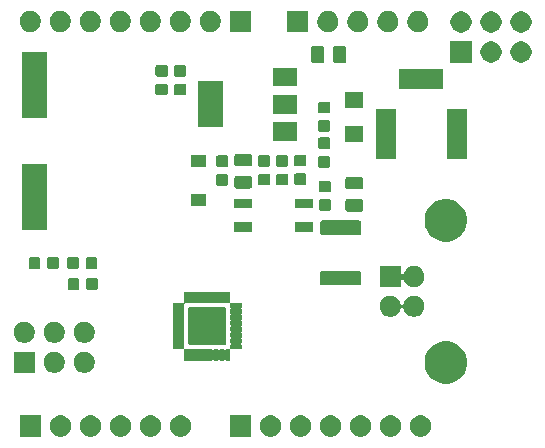
<source format=gbr>
G04 #@! TF.GenerationSoftware,KiCad,Pcbnew,(5.1.5)-3*
G04 #@! TF.CreationDate,2020-06-09T16:26:15+03:00*
G04 #@! TF.ProjectId,Arduino_Uno_R4,41726475-696e-46f5-9f55-6e6f5f52342e,rev?*
G04 #@! TF.SameCoordinates,Original*
G04 #@! TF.FileFunction,Soldermask,Top*
G04 #@! TF.FilePolarity,Negative*
%FSLAX46Y46*%
G04 Gerber Fmt 4.6, Leading zero omitted, Abs format (unit mm)*
G04 Created by KiCad (PCBNEW (5.1.5)-3) date 2020-06-09 16:26:15*
%MOMM*%
%LPD*%
G04 APERTURE LIST*
%ADD10C,0.100000*%
G04 APERTURE END LIST*
D10*
G36*
X83958912Y-93668127D02*
G01*
X84108212Y-93697824D01*
X84272184Y-93765744D01*
X84419754Y-93864347D01*
X84545253Y-93989846D01*
X84643856Y-94137416D01*
X84711776Y-94301388D01*
X84746400Y-94475459D01*
X84746400Y-94652941D01*
X84711776Y-94827012D01*
X84643856Y-94990984D01*
X84545253Y-95138554D01*
X84419754Y-95264053D01*
X84272184Y-95362656D01*
X84108212Y-95430576D01*
X83958912Y-95460273D01*
X83934142Y-95465200D01*
X83756658Y-95465200D01*
X83731888Y-95460273D01*
X83582588Y-95430576D01*
X83418616Y-95362656D01*
X83271046Y-95264053D01*
X83145547Y-95138554D01*
X83046944Y-94990984D01*
X82979024Y-94827012D01*
X82944400Y-94652941D01*
X82944400Y-94475459D01*
X82979024Y-94301388D01*
X83046944Y-94137416D01*
X83145547Y-93989846D01*
X83271046Y-93864347D01*
X83418616Y-93765744D01*
X83582588Y-93697824D01*
X83731888Y-93668127D01*
X83756658Y-93663200D01*
X83934142Y-93663200D01*
X83958912Y-93668127D01*
G37*
G36*
X81418912Y-93668127D02*
G01*
X81568212Y-93697824D01*
X81732184Y-93765744D01*
X81879754Y-93864347D01*
X82005253Y-93989846D01*
X82103856Y-94137416D01*
X82171776Y-94301388D01*
X82206400Y-94475459D01*
X82206400Y-94652941D01*
X82171776Y-94827012D01*
X82103856Y-94990984D01*
X82005253Y-95138554D01*
X81879754Y-95264053D01*
X81732184Y-95362656D01*
X81568212Y-95430576D01*
X81418912Y-95460273D01*
X81394142Y-95465200D01*
X81216658Y-95465200D01*
X81191888Y-95460273D01*
X81042588Y-95430576D01*
X80878616Y-95362656D01*
X80731046Y-95264053D01*
X80605547Y-95138554D01*
X80506944Y-94990984D01*
X80439024Y-94827012D01*
X80404400Y-94652941D01*
X80404400Y-94475459D01*
X80439024Y-94301388D01*
X80506944Y-94137416D01*
X80605547Y-93989846D01*
X80731046Y-93864347D01*
X80878616Y-93765744D01*
X81042588Y-93697824D01*
X81191888Y-93668127D01*
X81216658Y-93663200D01*
X81394142Y-93663200D01*
X81418912Y-93668127D01*
G37*
G36*
X78878912Y-93668127D02*
G01*
X79028212Y-93697824D01*
X79192184Y-93765744D01*
X79339754Y-93864347D01*
X79465253Y-93989846D01*
X79563856Y-94137416D01*
X79631776Y-94301388D01*
X79666400Y-94475459D01*
X79666400Y-94652941D01*
X79631776Y-94827012D01*
X79563856Y-94990984D01*
X79465253Y-95138554D01*
X79339754Y-95264053D01*
X79192184Y-95362656D01*
X79028212Y-95430576D01*
X78878912Y-95460273D01*
X78854142Y-95465200D01*
X78676658Y-95465200D01*
X78651888Y-95460273D01*
X78502588Y-95430576D01*
X78338616Y-95362656D01*
X78191046Y-95264053D01*
X78065547Y-95138554D01*
X77966944Y-94990984D01*
X77899024Y-94827012D01*
X77864400Y-94652941D01*
X77864400Y-94475459D01*
X77899024Y-94301388D01*
X77966944Y-94137416D01*
X78065547Y-93989846D01*
X78191046Y-93864347D01*
X78338616Y-93765744D01*
X78502588Y-93697824D01*
X78651888Y-93668127D01*
X78676658Y-93663200D01*
X78854142Y-93663200D01*
X78878912Y-93668127D01*
G37*
G36*
X76338912Y-93668127D02*
G01*
X76488212Y-93697824D01*
X76652184Y-93765744D01*
X76799754Y-93864347D01*
X76925253Y-93989846D01*
X77023856Y-94137416D01*
X77091776Y-94301388D01*
X77126400Y-94475459D01*
X77126400Y-94652941D01*
X77091776Y-94827012D01*
X77023856Y-94990984D01*
X76925253Y-95138554D01*
X76799754Y-95264053D01*
X76652184Y-95362656D01*
X76488212Y-95430576D01*
X76338912Y-95460273D01*
X76314142Y-95465200D01*
X76136658Y-95465200D01*
X76111888Y-95460273D01*
X75962588Y-95430576D01*
X75798616Y-95362656D01*
X75651046Y-95264053D01*
X75525547Y-95138554D01*
X75426944Y-94990984D01*
X75359024Y-94827012D01*
X75324400Y-94652941D01*
X75324400Y-94475459D01*
X75359024Y-94301388D01*
X75426944Y-94137416D01*
X75525547Y-93989846D01*
X75651046Y-93864347D01*
X75798616Y-93765744D01*
X75962588Y-93697824D01*
X76111888Y-93668127D01*
X76136658Y-93663200D01*
X76314142Y-93663200D01*
X76338912Y-93668127D01*
G37*
G36*
X73798912Y-93668127D02*
G01*
X73948212Y-93697824D01*
X74112184Y-93765744D01*
X74259754Y-93864347D01*
X74385253Y-93989846D01*
X74483856Y-94137416D01*
X74551776Y-94301388D01*
X74586400Y-94475459D01*
X74586400Y-94652941D01*
X74551776Y-94827012D01*
X74483856Y-94990984D01*
X74385253Y-95138554D01*
X74259754Y-95264053D01*
X74112184Y-95362656D01*
X73948212Y-95430576D01*
X73798912Y-95460273D01*
X73774142Y-95465200D01*
X73596658Y-95465200D01*
X73571888Y-95460273D01*
X73422588Y-95430576D01*
X73258616Y-95362656D01*
X73111046Y-95264053D01*
X72985547Y-95138554D01*
X72886944Y-94990984D01*
X72819024Y-94827012D01*
X72784400Y-94652941D01*
X72784400Y-94475459D01*
X72819024Y-94301388D01*
X72886944Y-94137416D01*
X72985547Y-93989846D01*
X73111046Y-93864347D01*
X73258616Y-93765744D01*
X73422588Y-93697824D01*
X73571888Y-93668127D01*
X73596658Y-93663200D01*
X73774142Y-93663200D01*
X73798912Y-93668127D01*
G37*
G36*
X71258912Y-93668127D02*
G01*
X71408212Y-93697824D01*
X71572184Y-93765744D01*
X71719754Y-93864347D01*
X71845253Y-93989846D01*
X71943856Y-94137416D01*
X72011776Y-94301388D01*
X72046400Y-94475459D01*
X72046400Y-94652941D01*
X72011776Y-94827012D01*
X71943856Y-94990984D01*
X71845253Y-95138554D01*
X71719754Y-95264053D01*
X71572184Y-95362656D01*
X71408212Y-95430576D01*
X71258912Y-95460273D01*
X71234142Y-95465200D01*
X71056658Y-95465200D01*
X71031888Y-95460273D01*
X70882588Y-95430576D01*
X70718616Y-95362656D01*
X70571046Y-95264053D01*
X70445547Y-95138554D01*
X70346944Y-94990984D01*
X70279024Y-94827012D01*
X70244400Y-94652941D01*
X70244400Y-94475459D01*
X70279024Y-94301388D01*
X70346944Y-94137416D01*
X70445547Y-93989846D01*
X70571046Y-93864347D01*
X70718616Y-93765744D01*
X70882588Y-93697824D01*
X71031888Y-93668127D01*
X71056658Y-93663200D01*
X71234142Y-93663200D01*
X71258912Y-93668127D01*
G37*
G36*
X69506400Y-95465200D02*
G01*
X67704400Y-95465200D01*
X67704400Y-93663200D01*
X69506400Y-93663200D01*
X69506400Y-95465200D01*
G37*
G36*
X61098912Y-93668127D02*
G01*
X61248212Y-93697824D01*
X61412184Y-93765744D01*
X61559754Y-93864347D01*
X61685253Y-93989846D01*
X61783856Y-94137416D01*
X61851776Y-94301388D01*
X61886400Y-94475459D01*
X61886400Y-94652941D01*
X61851776Y-94827012D01*
X61783856Y-94990984D01*
X61685253Y-95138554D01*
X61559754Y-95264053D01*
X61412184Y-95362656D01*
X61248212Y-95430576D01*
X61098912Y-95460273D01*
X61074142Y-95465200D01*
X60896658Y-95465200D01*
X60871888Y-95460273D01*
X60722588Y-95430576D01*
X60558616Y-95362656D01*
X60411046Y-95264053D01*
X60285547Y-95138554D01*
X60186944Y-94990984D01*
X60119024Y-94827012D01*
X60084400Y-94652941D01*
X60084400Y-94475459D01*
X60119024Y-94301388D01*
X60186944Y-94137416D01*
X60285547Y-93989846D01*
X60411046Y-93864347D01*
X60558616Y-93765744D01*
X60722588Y-93697824D01*
X60871888Y-93668127D01*
X60896658Y-93663200D01*
X61074142Y-93663200D01*
X61098912Y-93668127D01*
G37*
G36*
X58558912Y-93668127D02*
G01*
X58708212Y-93697824D01*
X58872184Y-93765744D01*
X59019754Y-93864347D01*
X59145253Y-93989846D01*
X59243856Y-94137416D01*
X59311776Y-94301388D01*
X59346400Y-94475459D01*
X59346400Y-94652941D01*
X59311776Y-94827012D01*
X59243856Y-94990984D01*
X59145253Y-95138554D01*
X59019754Y-95264053D01*
X58872184Y-95362656D01*
X58708212Y-95430576D01*
X58558912Y-95460273D01*
X58534142Y-95465200D01*
X58356658Y-95465200D01*
X58331888Y-95460273D01*
X58182588Y-95430576D01*
X58018616Y-95362656D01*
X57871046Y-95264053D01*
X57745547Y-95138554D01*
X57646944Y-94990984D01*
X57579024Y-94827012D01*
X57544400Y-94652941D01*
X57544400Y-94475459D01*
X57579024Y-94301388D01*
X57646944Y-94137416D01*
X57745547Y-93989846D01*
X57871046Y-93864347D01*
X58018616Y-93765744D01*
X58182588Y-93697824D01*
X58331888Y-93668127D01*
X58356658Y-93663200D01*
X58534142Y-93663200D01*
X58558912Y-93668127D01*
G37*
G36*
X56018912Y-93668127D02*
G01*
X56168212Y-93697824D01*
X56332184Y-93765744D01*
X56479754Y-93864347D01*
X56605253Y-93989846D01*
X56703856Y-94137416D01*
X56771776Y-94301388D01*
X56806400Y-94475459D01*
X56806400Y-94652941D01*
X56771776Y-94827012D01*
X56703856Y-94990984D01*
X56605253Y-95138554D01*
X56479754Y-95264053D01*
X56332184Y-95362656D01*
X56168212Y-95430576D01*
X56018912Y-95460273D01*
X55994142Y-95465200D01*
X55816658Y-95465200D01*
X55791888Y-95460273D01*
X55642588Y-95430576D01*
X55478616Y-95362656D01*
X55331046Y-95264053D01*
X55205547Y-95138554D01*
X55106944Y-94990984D01*
X55039024Y-94827012D01*
X55004400Y-94652941D01*
X55004400Y-94475459D01*
X55039024Y-94301388D01*
X55106944Y-94137416D01*
X55205547Y-93989846D01*
X55331046Y-93864347D01*
X55478616Y-93765744D01*
X55642588Y-93697824D01*
X55791888Y-93668127D01*
X55816658Y-93663200D01*
X55994142Y-93663200D01*
X56018912Y-93668127D01*
G37*
G36*
X53478912Y-93668127D02*
G01*
X53628212Y-93697824D01*
X53792184Y-93765744D01*
X53939754Y-93864347D01*
X54065253Y-93989846D01*
X54163856Y-94137416D01*
X54231776Y-94301388D01*
X54266400Y-94475459D01*
X54266400Y-94652941D01*
X54231776Y-94827012D01*
X54163856Y-94990984D01*
X54065253Y-95138554D01*
X53939754Y-95264053D01*
X53792184Y-95362656D01*
X53628212Y-95430576D01*
X53478912Y-95460273D01*
X53454142Y-95465200D01*
X53276658Y-95465200D01*
X53251888Y-95460273D01*
X53102588Y-95430576D01*
X52938616Y-95362656D01*
X52791046Y-95264053D01*
X52665547Y-95138554D01*
X52566944Y-94990984D01*
X52499024Y-94827012D01*
X52464400Y-94652941D01*
X52464400Y-94475459D01*
X52499024Y-94301388D01*
X52566944Y-94137416D01*
X52665547Y-93989846D01*
X52791046Y-93864347D01*
X52938616Y-93765744D01*
X53102588Y-93697824D01*
X53251888Y-93668127D01*
X53276658Y-93663200D01*
X53454142Y-93663200D01*
X53478912Y-93668127D01*
G37*
G36*
X51726400Y-95465200D02*
G01*
X49924400Y-95465200D01*
X49924400Y-93663200D01*
X51726400Y-93663200D01*
X51726400Y-95465200D01*
G37*
G36*
X63638912Y-93668127D02*
G01*
X63788212Y-93697824D01*
X63952184Y-93765744D01*
X64099754Y-93864347D01*
X64225253Y-93989846D01*
X64323856Y-94137416D01*
X64391776Y-94301388D01*
X64426400Y-94475459D01*
X64426400Y-94652941D01*
X64391776Y-94827012D01*
X64323856Y-94990984D01*
X64225253Y-95138554D01*
X64099754Y-95264053D01*
X63952184Y-95362656D01*
X63788212Y-95430576D01*
X63638912Y-95460273D01*
X63614142Y-95465200D01*
X63436658Y-95465200D01*
X63411888Y-95460273D01*
X63262588Y-95430576D01*
X63098616Y-95362656D01*
X62951046Y-95264053D01*
X62825547Y-95138554D01*
X62726944Y-94990984D01*
X62659024Y-94827012D01*
X62624400Y-94652941D01*
X62624400Y-94475459D01*
X62659024Y-94301388D01*
X62726944Y-94137416D01*
X62825547Y-93989846D01*
X62951046Y-93864347D01*
X63098616Y-93765744D01*
X63262588Y-93697824D01*
X63411888Y-93668127D01*
X63436658Y-93663200D01*
X63614142Y-93663200D01*
X63638912Y-93668127D01*
G37*
G36*
X86515331Y-87453211D02*
G01*
X86843092Y-87588974D01*
X87138070Y-87786072D01*
X87388928Y-88036930D01*
X87586026Y-88331908D01*
X87721789Y-88659669D01*
X87791000Y-89007616D01*
X87791000Y-89362384D01*
X87721789Y-89710331D01*
X87586026Y-90038092D01*
X87388928Y-90333070D01*
X87138070Y-90583928D01*
X86843092Y-90781026D01*
X86515331Y-90916789D01*
X86167384Y-90986000D01*
X85812616Y-90986000D01*
X85464669Y-90916789D01*
X85136908Y-90781026D01*
X84841930Y-90583928D01*
X84591072Y-90333070D01*
X84393974Y-90038092D01*
X84258211Y-89710331D01*
X84189000Y-89362384D01*
X84189000Y-89007616D01*
X84258211Y-88659669D01*
X84393974Y-88331908D01*
X84591072Y-88036930D01*
X84841930Y-87786072D01*
X85136908Y-87588974D01*
X85464669Y-87453211D01*
X85812616Y-87384000D01*
X86167384Y-87384000D01*
X86515331Y-87453211D01*
G37*
G36*
X51193000Y-90055000D02*
G01*
X49391000Y-90055000D01*
X49391000Y-88253000D01*
X51193000Y-88253000D01*
X51193000Y-90055000D01*
G37*
G36*
X52945512Y-88257927D02*
G01*
X53094812Y-88287624D01*
X53258784Y-88355544D01*
X53406354Y-88454147D01*
X53531853Y-88579646D01*
X53630456Y-88727216D01*
X53698376Y-88891188D01*
X53733000Y-89065259D01*
X53733000Y-89242741D01*
X53698376Y-89416812D01*
X53630456Y-89580784D01*
X53531853Y-89728354D01*
X53406354Y-89853853D01*
X53258784Y-89952456D01*
X53094812Y-90020376D01*
X52945512Y-90050073D01*
X52920742Y-90055000D01*
X52743258Y-90055000D01*
X52718488Y-90050073D01*
X52569188Y-90020376D01*
X52405216Y-89952456D01*
X52257646Y-89853853D01*
X52132147Y-89728354D01*
X52033544Y-89580784D01*
X51965624Y-89416812D01*
X51931000Y-89242741D01*
X51931000Y-89065259D01*
X51965624Y-88891188D01*
X52033544Y-88727216D01*
X52132147Y-88579646D01*
X52257646Y-88454147D01*
X52405216Y-88355544D01*
X52569188Y-88287624D01*
X52718488Y-88257927D01*
X52743258Y-88253000D01*
X52920742Y-88253000D01*
X52945512Y-88257927D01*
G37*
G36*
X55485512Y-88257927D02*
G01*
X55634812Y-88287624D01*
X55798784Y-88355544D01*
X55946354Y-88454147D01*
X56071853Y-88579646D01*
X56170456Y-88727216D01*
X56238376Y-88891188D01*
X56273000Y-89065259D01*
X56273000Y-89242741D01*
X56238376Y-89416812D01*
X56170456Y-89580784D01*
X56071853Y-89728354D01*
X55946354Y-89853853D01*
X55798784Y-89952456D01*
X55634812Y-90020376D01*
X55485512Y-90050073D01*
X55460742Y-90055000D01*
X55283258Y-90055000D01*
X55258488Y-90050073D01*
X55109188Y-90020376D01*
X54945216Y-89952456D01*
X54797646Y-89853853D01*
X54672147Y-89728354D01*
X54573544Y-89580784D01*
X54505624Y-89416812D01*
X54471000Y-89242741D01*
X54471000Y-89065259D01*
X54505624Y-88891188D01*
X54573544Y-88727216D01*
X54672147Y-88579646D01*
X54797646Y-88454147D01*
X54945216Y-88355544D01*
X55109188Y-88287624D01*
X55258488Y-88257927D01*
X55283258Y-88253000D01*
X55460742Y-88253000D01*
X55485512Y-88257927D01*
G37*
G36*
X64191355Y-83181083D02*
G01*
X64196029Y-83182501D01*
X64200330Y-83184800D01*
X64206702Y-83190029D01*
X64227076Y-83203643D01*
X64249715Y-83213020D01*
X64273749Y-83217800D01*
X64298253Y-83217800D01*
X64322286Y-83213019D01*
X64344925Y-83203642D01*
X64365298Y-83190029D01*
X64371670Y-83184800D01*
X64375971Y-83182501D01*
X64380645Y-83181083D01*
X64391641Y-83180000D01*
X64680359Y-83180000D01*
X64691355Y-83181083D01*
X64696029Y-83182501D01*
X64700330Y-83184800D01*
X64706702Y-83190029D01*
X64727076Y-83203643D01*
X64749715Y-83213020D01*
X64773749Y-83217800D01*
X64798253Y-83217800D01*
X64822286Y-83213019D01*
X64844925Y-83203642D01*
X64865298Y-83190029D01*
X64871670Y-83184800D01*
X64875971Y-83182501D01*
X64880645Y-83181083D01*
X64891641Y-83180000D01*
X65180359Y-83180000D01*
X65191355Y-83181083D01*
X65196029Y-83182501D01*
X65200330Y-83184800D01*
X65206702Y-83190029D01*
X65227076Y-83203643D01*
X65249715Y-83213020D01*
X65273749Y-83217800D01*
X65298253Y-83217800D01*
X65322286Y-83213019D01*
X65344925Y-83203642D01*
X65365298Y-83190029D01*
X65371670Y-83184800D01*
X65375971Y-83182501D01*
X65380645Y-83181083D01*
X65391641Y-83180000D01*
X65680359Y-83180000D01*
X65691355Y-83181083D01*
X65696029Y-83182501D01*
X65700330Y-83184800D01*
X65706702Y-83190029D01*
X65727076Y-83203643D01*
X65749715Y-83213020D01*
X65773749Y-83217800D01*
X65798253Y-83217800D01*
X65822286Y-83213019D01*
X65844925Y-83203642D01*
X65865298Y-83190029D01*
X65871670Y-83184800D01*
X65875971Y-83182501D01*
X65880645Y-83181083D01*
X65891641Y-83180000D01*
X66180359Y-83180000D01*
X66191355Y-83181083D01*
X66196029Y-83182501D01*
X66200330Y-83184800D01*
X66206702Y-83190029D01*
X66227076Y-83203643D01*
X66249715Y-83213020D01*
X66273749Y-83217800D01*
X66298253Y-83217800D01*
X66322286Y-83213019D01*
X66344925Y-83203642D01*
X66365298Y-83190029D01*
X66371670Y-83184800D01*
X66375971Y-83182501D01*
X66380645Y-83181083D01*
X66391641Y-83180000D01*
X66680359Y-83180000D01*
X66691355Y-83181083D01*
X66696029Y-83182501D01*
X66700330Y-83184800D01*
X66706702Y-83190029D01*
X66727076Y-83203643D01*
X66749715Y-83213020D01*
X66773749Y-83217800D01*
X66798253Y-83217800D01*
X66822286Y-83213019D01*
X66844925Y-83203642D01*
X66865298Y-83190029D01*
X66871670Y-83184800D01*
X66875971Y-83182501D01*
X66880645Y-83181083D01*
X66891641Y-83180000D01*
X67180359Y-83180000D01*
X67191355Y-83181083D01*
X67196029Y-83182501D01*
X67200330Y-83184800D01*
X67206702Y-83190029D01*
X67227076Y-83203643D01*
X67249715Y-83213020D01*
X67273749Y-83217800D01*
X67298253Y-83217800D01*
X67322286Y-83213019D01*
X67344925Y-83203642D01*
X67365298Y-83190029D01*
X67371670Y-83184800D01*
X67375971Y-83182501D01*
X67380645Y-83181083D01*
X67391641Y-83180000D01*
X67680359Y-83180000D01*
X67691355Y-83181083D01*
X67696029Y-83182501D01*
X67700331Y-83184800D01*
X67704104Y-83187896D01*
X67707200Y-83191669D01*
X67709499Y-83195971D01*
X67710917Y-83200645D01*
X67712000Y-83211641D01*
X67712000Y-84055001D01*
X67714402Y-84079387D01*
X67721515Y-84102836D01*
X67733066Y-84124447D01*
X67748611Y-84143389D01*
X67767553Y-84158934D01*
X67789164Y-84170485D01*
X67812613Y-84177598D01*
X67836999Y-84180000D01*
X68680359Y-84180000D01*
X68691355Y-84181083D01*
X68696029Y-84182501D01*
X68700331Y-84184800D01*
X68704104Y-84187896D01*
X68707200Y-84191669D01*
X68709499Y-84195971D01*
X68710917Y-84200645D01*
X68712000Y-84211641D01*
X68712000Y-84500359D01*
X68710917Y-84511355D01*
X68709499Y-84516029D01*
X68707200Y-84520330D01*
X68701971Y-84526702D01*
X68688357Y-84547076D01*
X68678980Y-84569715D01*
X68674200Y-84593749D01*
X68674200Y-84618253D01*
X68678981Y-84642286D01*
X68688358Y-84664925D01*
X68701971Y-84685298D01*
X68707200Y-84691670D01*
X68709499Y-84695971D01*
X68710917Y-84700645D01*
X68712000Y-84711641D01*
X68712000Y-85000359D01*
X68710917Y-85011355D01*
X68709499Y-85016029D01*
X68707200Y-85020330D01*
X68701971Y-85026702D01*
X68688357Y-85047076D01*
X68678980Y-85069715D01*
X68674200Y-85093749D01*
X68674200Y-85118253D01*
X68678981Y-85142286D01*
X68688358Y-85164925D01*
X68701971Y-85185298D01*
X68707200Y-85191670D01*
X68709499Y-85195971D01*
X68710917Y-85200645D01*
X68712000Y-85211641D01*
X68712000Y-85500359D01*
X68710917Y-85511355D01*
X68709499Y-85516029D01*
X68707200Y-85520330D01*
X68701971Y-85526702D01*
X68688357Y-85547076D01*
X68678980Y-85569715D01*
X68674200Y-85593749D01*
X68674200Y-85618253D01*
X68678981Y-85642286D01*
X68688358Y-85664925D01*
X68701971Y-85685298D01*
X68707200Y-85691670D01*
X68709499Y-85695971D01*
X68710917Y-85700645D01*
X68712000Y-85711641D01*
X68712000Y-86000359D01*
X68710917Y-86011355D01*
X68709499Y-86016029D01*
X68707200Y-86020330D01*
X68701971Y-86026702D01*
X68688357Y-86047076D01*
X68678980Y-86069715D01*
X68674200Y-86093749D01*
X68674200Y-86118253D01*
X68678981Y-86142286D01*
X68688358Y-86164925D01*
X68701971Y-86185298D01*
X68707200Y-86191670D01*
X68709499Y-86195971D01*
X68710917Y-86200645D01*
X68712000Y-86211641D01*
X68712000Y-86500359D01*
X68710917Y-86511355D01*
X68709499Y-86516029D01*
X68707200Y-86520330D01*
X68701971Y-86526702D01*
X68688357Y-86547076D01*
X68678980Y-86569715D01*
X68674200Y-86593749D01*
X68674200Y-86618253D01*
X68678981Y-86642286D01*
X68688358Y-86664925D01*
X68701971Y-86685298D01*
X68707200Y-86691670D01*
X68709499Y-86695971D01*
X68710917Y-86700645D01*
X68712000Y-86711641D01*
X68712000Y-87000359D01*
X68710917Y-87011355D01*
X68709499Y-87016029D01*
X68707200Y-87020330D01*
X68701971Y-87026702D01*
X68688357Y-87047076D01*
X68678980Y-87069715D01*
X68674200Y-87093749D01*
X68674200Y-87118253D01*
X68678981Y-87142286D01*
X68688358Y-87164925D01*
X68701971Y-87185298D01*
X68707200Y-87191670D01*
X68709499Y-87195971D01*
X68710917Y-87200645D01*
X68712000Y-87211641D01*
X68712000Y-87500359D01*
X68710917Y-87511355D01*
X68709499Y-87516029D01*
X68707200Y-87520330D01*
X68701971Y-87526702D01*
X68688357Y-87547076D01*
X68678980Y-87569715D01*
X68674200Y-87593749D01*
X68674200Y-87618253D01*
X68678981Y-87642286D01*
X68688358Y-87664925D01*
X68701971Y-87685298D01*
X68707200Y-87691670D01*
X68709499Y-87695971D01*
X68710917Y-87700645D01*
X68712000Y-87711641D01*
X68712000Y-88000359D01*
X68710917Y-88011355D01*
X68709499Y-88016029D01*
X68707200Y-88020331D01*
X68704104Y-88024104D01*
X68700331Y-88027200D01*
X68696029Y-88029499D01*
X68691355Y-88030917D01*
X68680359Y-88032000D01*
X67836999Y-88032000D01*
X67812613Y-88034402D01*
X67789164Y-88041515D01*
X67767553Y-88053066D01*
X67748611Y-88068611D01*
X67733066Y-88087553D01*
X67721515Y-88109164D01*
X67714402Y-88132613D01*
X67712000Y-88156999D01*
X67712000Y-89000359D01*
X67710917Y-89011355D01*
X67709499Y-89016029D01*
X67707200Y-89020331D01*
X67704104Y-89024104D01*
X67700331Y-89027200D01*
X67696029Y-89029499D01*
X67691355Y-89030917D01*
X67680359Y-89032000D01*
X67391641Y-89032000D01*
X67380645Y-89030917D01*
X67375971Y-89029499D01*
X67371670Y-89027200D01*
X67365298Y-89021971D01*
X67344924Y-89008357D01*
X67322285Y-88998980D01*
X67298251Y-88994200D01*
X67273747Y-88994200D01*
X67249714Y-88998981D01*
X67227075Y-89008358D01*
X67206702Y-89021971D01*
X67200330Y-89027200D01*
X67196029Y-89029499D01*
X67191355Y-89030917D01*
X67180359Y-89032000D01*
X66891641Y-89032000D01*
X66880645Y-89030917D01*
X66875971Y-89029499D01*
X66871670Y-89027200D01*
X66865298Y-89021971D01*
X66844924Y-89008357D01*
X66822285Y-88998980D01*
X66798251Y-88994200D01*
X66773747Y-88994200D01*
X66749714Y-88998981D01*
X66727075Y-89008358D01*
X66706702Y-89021971D01*
X66700330Y-89027200D01*
X66696029Y-89029499D01*
X66691355Y-89030917D01*
X66680359Y-89032000D01*
X66391641Y-89032000D01*
X66380645Y-89030917D01*
X66375971Y-89029499D01*
X66371670Y-89027200D01*
X66365298Y-89021971D01*
X66344924Y-89008357D01*
X66322285Y-88998980D01*
X66298251Y-88994200D01*
X66273747Y-88994200D01*
X66249714Y-88998981D01*
X66227075Y-89008358D01*
X66206702Y-89021971D01*
X66200330Y-89027200D01*
X66196029Y-89029499D01*
X66191355Y-89030917D01*
X66180359Y-89032000D01*
X65891641Y-89032000D01*
X65880645Y-89030917D01*
X65875971Y-89029499D01*
X65871670Y-89027200D01*
X65865298Y-89021971D01*
X65844924Y-89008357D01*
X65822285Y-88998980D01*
X65798251Y-88994200D01*
X65773747Y-88994200D01*
X65749714Y-88998981D01*
X65727075Y-89008358D01*
X65706702Y-89021971D01*
X65700330Y-89027200D01*
X65696029Y-89029499D01*
X65691355Y-89030917D01*
X65680359Y-89032000D01*
X65391641Y-89032000D01*
X65380645Y-89030917D01*
X65375971Y-89029499D01*
X65371670Y-89027200D01*
X65365298Y-89021971D01*
X65344924Y-89008357D01*
X65322285Y-88998980D01*
X65298251Y-88994200D01*
X65273747Y-88994200D01*
X65249714Y-88998981D01*
X65227075Y-89008358D01*
X65206702Y-89021971D01*
X65200330Y-89027200D01*
X65196029Y-89029499D01*
X65191355Y-89030917D01*
X65180359Y-89032000D01*
X64891641Y-89032000D01*
X64880645Y-89030917D01*
X64875971Y-89029499D01*
X64871670Y-89027200D01*
X64865298Y-89021971D01*
X64844924Y-89008357D01*
X64822285Y-88998980D01*
X64798251Y-88994200D01*
X64773747Y-88994200D01*
X64749714Y-88998981D01*
X64727075Y-89008358D01*
X64706702Y-89021971D01*
X64700330Y-89027200D01*
X64696029Y-89029499D01*
X64691355Y-89030917D01*
X64680359Y-89032000D01*
X64391641Y-89032000D01*
X64380645Y-89030917D01*
X64375971Y-89029499D01*
X64371670Y-89027200D01*
X64365298Y-89021971D01*
X64344924Y-89008357D01*
X64322285Y-88998980D01*
X64298251Y-88994200D01*
X64273747Y-88994200D01*
X64249714Y-88998981D01*
X64227075Y-89008358D01*
X64206702Y-89021971D01*
X64200330Y-89027200D01*
X64196029Y-89029499D01*
X64191355Y-89030917D01*
X64180359Y-89032000D01*
X63891641Y-89032000D01*
X63880645Y-89030917D01*
X63875971Y-89029499D01*
X63871669Y-89027200D01*
X63867896Y-89024104D01*
X63864800Y-89020331D01*
X63862501Y-89016029D01*
X63861083Y-89011355D01*
X63860000Y-89000359D01*
X63860000Y-88156999D01*
X63857598Y-88132613D01*
X63850485Y-88109164D01*
X63838934Y-88087553D01*
X63823389Y-88068611D01*
X63804447Y-88053066D01*
X63782836Y-88041515D01*
X63759387Y-88034402D01*
X63735001Y-88032000D01*
X62891641Y-88032000D01*
X62880645Y-88030917D01*
X62875971Y-88029499D01*
X62871669Y-88027200D01*
X62867896Y-88024104D01*
X62864800Y-88020331D01*
X62862501Y-88016029D01*
X62861083Y-88011355D01*
X62860000Y-88000359D01*
X62860000Y-87711641D01*
X62861083Y-87700645D01*
X62862501Y-87695971D01*
X62864800Y-87691670D01*
X62870029Y-87685298D01*
X62883643Y-87664924D01*
X62893020Y-87642285D01*
X62897800Y-87618251D01*
X62897800Y-87593747D01*
X62893019Y-87569714D01*
X62883642Y-87547075D01*
X62870029Y-87526702D01*
X62864800Y-87520330D01*
X62862501Y-87516029D01*
X62861083Y-87511355D01*
X62860000Y-87500359D01*
X62860000Y-87211641D01*
X62861083Y-87200645D01*
X62862501Y-87195971D01*
X62864800Y-87191670D01*
X62870029Y-87185298D01*
X62883643Y-87164924D01*
X62893020Y-87142285D01*
X62897800Y-87118251D01*
X62897800Y-87093747D01*
X62893019Y-87069714D01*
X62883642Y-87047075D01*
X62870029Y-87026702D01*
X62864800Y-87020330D01*
X62862501Y-87016029D01*
X62861083Y-87011355D01*
X62860000Y-87000359D01*
X62860000Y-86711641D01*
X62861083Y-86700645D01*
X62862501Y-86695971D01*
X62864800Y-86691670D01*
X62870029Y-86685298D01*
X62883643Y-86664924D01*
X62893020Y-86642285D01*
X62897800Y-86618251D01*
X62897800Y-86593747D01*
X62893019Y-86569714D01*
X62883642Y-86547075D01*
X62870029Y-86526702D01*
X62864800Y-86520330D01*
X62862501Y-86516029D01*
X62861083Y-86511355D01*
X62860000Y-86500359D01*
X62860000Y-86211641D01*
X62861083Y-86200645D01*
X62862501Y-86195971D01*
X62864800Y-86191670D01*
X62870029Y-86185298D01*
X62883643Y-86164924D01*
X62893020Y-86142285D01*
X62897800Y-86118251D01*
X62897800Y-86093747D01*
X62893019Y-86069714D01*
X62883642Y-86047075D01*
X62870029Y-86026702D01*
X62864800Y-86020330D01*
X62862501Y-86016029D01*
X62861083Y-86011355D01*
X62860000Y-86000359D01*
X62860000Y-85711641D01*
X62861083Y-85700645D01*
X62862501Y-85695971D01*
X62864800Y-85691670D01*
X62870029Y-85685298D01*
X62883643Y-85664924D01*
X62893020Y-85642285D01*
X62897800Y-85618251D01*
X62897800Y-85593747D01*
X62893019Y-85569714D01*
X62883642Y-85547075D01*
X62870029Y-85526702D01*
X62864800Y-85520330D01*
X62862501Y-85516029D01*
X62861083Y-85511355D01*
X62860000Y-85500359D01*
X62860000Y-85211641D01*
X62861083Y-85200645D01*
X62862501Y-85195971D01*
X62864800Y-85191670D01*
X62870029Y-85185298D01*
X62883643Y-85164924D01*
X62893020Y-85142285D01*
X62897800Y-85118251D01*
X62897800Y-85093747D01*
X62893019Y-85069714D01*
X62883642Y-85047075D01*
X62870029Y-85026702D01*
X62864800Y-85020330D01*
X62862501Y-85016029D01*
X62861083Y-85011355D01*
X62860000Y-85000359D01*
X62860000Y-84711641D01*
X62861083Y-84700645D01*
X62862501Y-84695971D01*
X62864800Y-84691670D01*
X62870029Y-84685298D01*
X62883643Y-84664924D01*
X62893020Y-84642285D01*
X62897800Y-84618251D01*
X62897800Y-84593749D01*
X63799200Y-84593749D01*
X63799200Y-84618253D01*
X63803981Y-84642286D01*
X63813358Y-84664925D01*
X63826971Y-84685298D01*
X63832200Y-84691670D01*
X63834499Y-84695971D01*
X63835917Y-84700645D01*
X63837000Y-84711641D01*
X63837000Y-85000359D01*
X63835917Y-85011355D01*
X63834499Y-85016029D01*
X63832200Y-85020330D01*
X63826971Y-85026702D01*
X63813357Y-85047076D01*
X63803980Y-85069715D01*
X63799200Y-85093749D01*
X63799200Y-85118253D01*
X63803981Y-85142286D01*
X63813358Y-85164925D01*
X63826971Y-85185298D01*
X63832200Y-85191670D01*
X63834499Y-85195971D01*
X63835917Y-85200645D01*
X63837000Y-85211641D01*
X63837000Y-85500359D01*
X63835917Y-85511355D01*
X63834499Y-85516029D01*
X63832200Y-85520330D01*
X63826971Y-85526702D01*
X63813357Y-85547076D01*
X63803980Y-85569715D01*
X63799200Y-85593749D01*
X63799200Y-85618253D01*
X63803981Y-85642286D01*
X63813358Y-85664925D01*
X63826971Y-85685298D01*
X63832200Y-85691670D01*
X63834499Y-85695971D01*
X63835917Y-85700645D01*
X63837000Y-85711641D01*
X63837000Y-86000359D01*
X63835917Y-86011355D01*
X63834499Y-86016029D01*
X63832200Y-86020330D01*
X63826971Y-86026702D01*
X63813357Y-86047076D01*
X63803980Y-86069715D01*
X63799200Y-86093749D01*
X63799200Y-86118253D01*
X63803981Y-86142286D01*
X63813358Y-86164925D01*
X63826971Y-86185298D01*
X63832200Y-86191670D01*
X63834499Y-86195971D01*
X63835917Y-86200645D01*
X63837000Y-86211641D01*
X63837000Y-86500359D01*
X63835917Y-86511355D01*
X63834499Y-86516029D01*
X63832200Y-86520330D01*
X63826971Y-86526702D01*
X63813357Y-86547076D01*
X63803980Y-86569715D01*
X63799200Y-86593749D01*
X63799200Y-86618253D01*
X63803981Y-86642286D01*
X63813358Y-86664925D01*
X63826971Y-86685298D01*
X63832200Y-86691670D01*
X63834499Y-86695971D01*
X63835917Y-86700645D01*
X63837000Y-86711641D01*
X63837000Y-87000359D01*
X63835917Y-87011355D01*
X63834499Y-87016029D01*
X63832200Y-87020330D01*
X63826971Y-87026702D01*
X63813357Y-87047076D01*
X63803980Y-87069715D01*
X63799200Y-87093749D01*
X63799200Y-87118253D01*
X63803981Y-87142286D01*
X63813358Y-87164925D01*
X63826971Y-87185298D01*
X63832200Y-87191670D01*
X63834499Y-87195971D01*
X63835917Y-87200645D01*
X63837000Y-87211641D01*
X63837000Y-87500359D01*
X63835917Y-87511355D01*
X63834499Y-87516029D01*
X63832200Y-87520330D01*
X63826971Y-87526702D01*
X63813357Y-87547076D01*
X63803980Y-87569715D01*
X63799200Y-87593749D01*
X63799200Y-87618253D01*
X63803981Y-87642286D01*
X63813358Y-87664925D01*
X63826971Y-87685298D01*
X63832200Y-87691670D01*
X63834499Y-87695971D01*
X63835917Y-87700645D01*
X63837000Y-87711641D01*
X63837000Y-87930001D01*
X63839402Y-87954387D01*
X63846515Y-87977836D01*
X63858066Y-87999447D01*
X63873611Y-88018389D01*
X63892553Y-88033934D01*
X63914164Y-88045485D01*
X63937613Y-88052598D01*
X63961999Y-88055000D01*
X64180359Y-88055000D01*
X64191355Y-88056083D01*
X64196029Y-88057501D01*
X64200330Y-88059800D01*
X64206702Y-88065029D01*
X64227076Y-88078643D01*
X64249715Y-88088020D01*
X64273749Y-88092800D01*
X64298253Y-88092800D01*
X64322286Y-88088019D01*
X64344925Y-88078642D01*
X64365298Y-88065029D01*
X64371670Y-88059800D01*
X64375971Y-88057501D01*
X64380645Y-88056083D01*
X64391641Y-88055000D01*
X64680359Y-88055000D01*
X64691355Y-88056083D01*
X64696029Y-88057501D01*
X64700330Y-88059800D01*
X64706702Y-88065029D01*
X64727076Y-88078643D01*
X64749715Y-88088020D01*
X64773749Y-88092800D01*
X64798253Y-88092800D01*
X64822286Y-88088019D01*
X64844925Y-88078642D01*
X64865298Y-88065029D01*
X64871670Y-88059800D01*
X64875971Y-88057501D01*
X64880645Y-88056083D01*
X64891641Y-88055000D01*
X65180359Y-88055000D01*
X65191355Y-88056083D01*
X65196029Y-88057501D01*
X65200330Y-88059800D01*
X65206702Y-88065029D01*
X65227076Y-88078643D01*
X65249715Y-88088020D01*
X65273749Y-88092800D01*
X65298253Y-88092800D01*
X65322286Y-88088019D01*
X65344925Y-88078642D01*
X65365298Y-88065029D01*
X65371670Y-88059800D01*
X65375971Y-88057501D01*
X65380645Y-88056083D01*
X65391641Y-88055000D01*
X65680359Y-88055000D01*
X65691355Y-88056083D01*
X65696029Y-88057501D01*
X65700330Y-88059800D01*
X65706702Y-88065029D01*
X65727076Y-88078643D01*
X65749715Y-88088020D01*
X65773749Y-88092800D01*
X65798253Y-88092800D01*
X65822286Y-88088019D01*
X65844925Y-88078642D01*
X65865298Y-88065029D01*
X65871670Y-88059800D01*
X65875971Y-88057501D01*
X65880645Y-88056083D01*
X65891641Y-88055000D01*
X66180359Y-88055000D01*
X66191355Y-88056083D01*
X66196029Y-88057501D01*
X66200330Y-88059800D01*
X66206702Y-88065029D01*
X66227076Y-88078643D01*
X66249715Y-88088020D01*
X66273749Y-88092800D01*
X66298253Y-88092800D01*
X66322286Y-88088019D01*
X66344925Y-88078642D01*
X66365298Y-88065029D01*
X66371670Y-88059800D01*
X66375971Y-88057501D01*
X66380645Y-88056083D01*
X66391641Y-88055000D01*
X66680359Y-88055000D01*
X66691355Y-88056083D01*
X66696029Y-88057501D01*
X66700330Y-88059800D01*
X66706702Y-88065029D01*
X66727076Y-88078643D01*
X66749715Y-88088020D01*
X66773749Y-88092800D01*
X66798253Y-88092800D01*
X66822286Y-88088019D01*
X66844925Y-88078642D01*
X66865298Y-88065029D01*
X66871670Y-88059800D01*
X66875971Y-88057501D01*
X66880645Y-88056083D01*
X66891641Y-88055000D01*
X67180359Y-88055000D01*
X67191355Y-88056083D01*
X67196029Y-88057501D01*
X67200330Y-88059800D01*
X67206702Y-88065029D01*
X67227076Y-88078643D01*
X67249715Y-88088020D01*
X67273749Y-88092800D01*
X67298253Y-88092800D01*
X67322286Y-88088019D01*
X67344925Y-88078642D01*
X67365298Y-88065029D01*
X67371670Y-88059800D01*
X67375971Y-88057501D01*
X67380645Y-88056083D01*
X67391641Y-88055000D01*
X67610001Y-88055000D01*
X67634387Y-88052598D01*
X67657836Y-88045485D01*
X67679447Y-88033934D01*
X67698389Y-88018389D01*
X67713934Y-87999447D01*
X67725485Y-87977836D01*
X67732598Y-87954387D01*
X67735000Y-87930001D01*
X67735000Y-87711641D01*
X67736083Y-87700645D01*
X67737501Y-87695971D01*
X67739800Y-87691670D01*
X67745029Y-87685298D01*
X67758643Y-87664924D01*
X67768020Y-87642285D01*
X67772800Y-87618251D01*
X67772800Y-87593747D01*
X67768019Y-87569714D01*
X67758642Y-87547075D01*
X67745029Y-87526702D01*
X67739800Y-87520330D01*
X67737501Y-87516029D01*
X67736083Y-87511355D01*
X67735000Y-87500359D01*
X67735000Y-87211641D01*
X67736083Y-87200645D01*
X67737501Y-87195971D01*
X67739800Y-87191670D01*
X67745029Y-87185298D01*
X67758643Y-87164924D01*
X67768020Y-87142285D01*
X67772800Y-87118251D01*
X67772800Y-87093747D01*
X67768019Y-87069714D01*
X67758642Y-87047075D01*
X67745029Y-87026702D01*
X67739800Y-87020330D01*
X67737501Y-87016029D01*
X67736083Y-87011355D01*
X67735000Y-87000359D01*
X67735000Y-86711641D01*
X67736083Y-86700645D01*
X67737501Y-86695971D01*
X67739800Y-86691670D01*
X67745029Y-86685298D01*
X67758643Y-86664924D01*
X67768020Y-86642285D01*
X67772800Y-86618251D01*
X67772800Y-86593747D01*
X67768019Y-86569714D01*
X67758642Y-86547075D01*
X67745029Y-86526702D01*
X67739800Y-86520330D01*
X67737501Y-86516029D01*
X67736083Y-86511355D01*
X67735000Y-86500359D01*
X67735000Y-86211641D01*
X67736083Y-86200645D01*
X67737501Y-86195971D01*
X67739800Y-86191670D01*
X67745029Y-86185298D01*
X67758643Y-86164924D01*
X67768020Y-86142285D01*
X67772800Y-86118251D01*
X67772800Y-86093747D01*
X67768019Y-86069714D01*
X67758642Y-86047075D01*
X67745029Y-86026702D01*
X67739800Y-86020330D01*
X67737501Y-86016029D01*
X67736083Y-86011355D01*
X67735000Y-86000359D01*
X67735000Y-85711641D01*
X67736083Y-85700645D01*
X67737501Y-85695971D01*
X67739800Y-85691670D01*
X67745029Y-85685298D01*
X67758643Y-85664924D01*
X67768020Y-85642285D01*
X67772800Y-85618251D01*
X67772800Y-85593747D01*
X67768019Y-85569714D01*
X67758642Y-85547075D01*
X67745029Y-85526702D01*
X67739800Y-85520330D01*
X67737501Y-85516029D01*
X67736083Y-85511355D01*
X67735000Y-85500359D01*
X67735000Y-85211641D01*
X67736083Y-85200645D01*
X67737501Y-85195971D01*
X67739800Y-85191670D01*
X67745029Y-85185298D01*
X67758643Y-85164924D01*
X67768020Y-85142285D01*
X67772800Y-85118251D01*
X67772800Y-85093747D01*
X67768019Y-85069714D01*
X67758642Y-85047075D01*
X67745029Y-85026702D01*
X67739800Y-85020330D01*
X67737501Y-85016029D01*
X67736083Y-85011355D01*
X67735000Y-85000359D01*
X67735000Y-84711641D01*
X67736083Y-84700645D01*
X67737501Y-84695971D01*
X67739800Y-84691670D01*
X67745029Y-84685298D01*
X67758643Y-84664924D01*
X67768020Y-84642285D01*
X67772800Y-84618251D01*
X67772800Y-84593747D01*
X67768019Y-84569714D01*
X67758642Y-84547075D01*
X67745029Y-84526702D01*
X67739800Y-84520330D01*
X67737501Y-84516029D01*
X67736083Y-84511355D01*
X67735000Y-84500359D01*
X67735000Y-84281999D01*
X67732598Y-84257613D01*
X67725485Y-84234164D01*
X67713934Y-84212553D01*
X67698389Y-84193611D01*
X67679447Y-84178066D01*
X67657836Y-84166515D01*
X67634387Y-84159402D01*
X67610001Y-84157000D01*
X67391641Y-84157000D01*
X67380645Y-84155917D01*
X67375971Y-84154499D01*
X67371670Y-84152200D01*
X67365298Y-84146971D01*
X67344924Y-84133357D01*
X67322285Y-84123980D01*
X67298251Y-84119200D01*
X67273747Y-84119200D01*
X67249714Y-84123981D01*
X67227075Y-84133358D01*
X67206702Y-84146971D01*
X67200330Y-84152200D01*
X67196029Y-84154499D01*
X67191355Y-84155917D01*
X67180359Y-84157000D01*
X66891641Y-84157000D01*
X66880645Y-84155917D01*
X66875971Y-84154499D01*
X66871670Y-84152200D01*
X66865298Y-84146971D01*
X66844924Y-84133357D01*
X66822285Y-84123980D01*
X66798251Y-84119200D01*
X66773747Y-84119200D01*
X66749714Y-84123981D01*
X66727075Y-84133358D01*
X66706702Y-84146971D01*
X66700330Y-84152200D01*
X66696029Y-84154499D01*
X66691355Y-84155917D01*
X66680359Y-84157000D01*
X66391641Y-84157000D01*
X66380645Y-84155917D01*
X66375971Y-84154499D01*
X66371670Y-84152200D01*
X66365298Y-84146971D01*
X66344924Y-84133357D01*
X66322285Y-84123980D01*
X66298251Y-84119200D01*
X66273747Y-84119200D01*
X66249714Y-84123981D01*
X66227075Y-84133358D01*
X66206702Y-84146971D01*
X66200330Y-84152200D01*
X66196029Y-84154499D01*
X66191355Y-84155917D01*
X66180359Y-84157000D01*
X65891641Y-84157000D01*
X65880645Y-84155917D01*
X65875971Y-84154499D01*
X65871670Y-84152200D01*
X65865298Y-84146971D01*
X65844924Y-84133357D01*
X65822285Y-84123980D01*
X65798251Y-84119200D01*
X65773747Y-84119200D01*
X65749714Y-84123981D01*
X65727075Y-84133358D01*
X65706702Y-84146971D01*
X65700330Y-84152200D01*
X65696029Y-84154499D01*
X65691355Y-84155917D01*
X65680359Y-84157000D01*
X65391641Y-84157000D01*
X65380645Y-84155917D01*
X65375971Y-84154499D01*
X65371670Y-84152200D01*
X65365298Y-84146971D01*
X65344924Y-84133357D01*
X65322285Y-84123980D01*
X65298251Y-84119200D01*
X65273747Y-84119200D01*
X65249714Y-84123981D01*
X65227075Y-84133358D01*
X65206702Y-84146971D01*
X65200330Y-84152200D01*
X65196029Y-84154499D01*
X65191355Y-84155917D01*
X65180359Y-84157000D01*
X64891641Y-84157000D01*
X64880645Y-84155917D01*
X64875971Y-84154499D01*
X64871670Y-84152200D01*
X64865298Y-84146971D01*
X64844924Y-84133357D01*
X64822285Y-84123980D01*
X64798251Y-84119200D01*
X64773747Y-84119200D01*
X64749714Y-84123981D01*
X64727075Y-84133358D01*
X64706702Y-84146971D01*
X64700330Y-84152200D01*
X64696029Y-84154499D01*
X64691355Y-84155917D01*
X64680359Y-84157000D01*
X64391641Y-84157000D01*
X64380645Y-84155917D01*
X64375971Y-84154499D01*
X64371670Y-84152200D01*
X64365298Y-84146971D01*
X64344924Y-84133357D01*
X64322285Y-84123980D01*
X64298251Y-84119200D01*
X64273747Y-84119200D01*
X64249714Y-84123981D01*
X64227075Y-84133358D01*
X64206702Y-84146971D01*
X64200330Y-84152200D01*
X64196029Y-84154499D01*
X64191355Y-84155917D01*
X64180359Y-84157000D01*
X63961999Y-84157000D01*
X63937613Y-84159402D01*
X63914164Y-84166515D01*
X63892553Y-84178066D01*
X63873611Y-84193611D01*
X63858066Y-84212553D01*
X63846515Y-84234164D01*
X63839402Y-84257613D01*
X63837000Y-84281999D01*
X63837000Y-84500359D01*
X63835917Y-84511355D01*
X63834499Y-84516029D01*
X63832200Y-84520330D01*
X63826971Y-84526702D01*
X63813357Y-84547076D01*
X63803980Y-84569715D01*
X63799200Y-84593749D01*
X62897800Y-84593749D01*
X62897800Y-84593747D01*
X62893019Y-84569714D01*
X62883642Y-84547075D01*
X62870029Y-84526702D01*
X62864800Y-84520330D01*
X62862501Y-84516029D01*
X62861083Y-84511355D01*
X62860000Y-84500359D01*
X62860000Y-84211641D01*
X62861083Y-84200645D01*
X62862501Y-84195971D01*
X62864800Y-84191669D01*
X62867896Y-84187896D01*
X62871669Y-84184800D01*
X62875971Y-84182501D01*
X62880645Y-84181083D01*
X62891641Y-84180000D01*
X63735001Y-84180000D01*
X63759387Y-84177598D01*
X63782836Y-84170485D01*
X63804447Y-84158934D01*
X63823389Y-84143389D01*
X63838934Y-84124447D01*
X63850485Y-84102836D01*
X63857598Y-84079387D01*
X63860000Y-84055001D01*
X63860000Y-83211641D01*
X63861083Y-83200645D01*
X63862501Y-83195971D01*
X63864800Y-83191669D01*
X63867896Y-83187896D01*
X63871669Y-83184800D01*
X63875971Y-83182501D01*
X63880645Y-83181083D01*
X63891641Y-83180000D01*
X64180359Y-83180000D01*
X64191355Y-83181083D01*
G37*
G36*
X67263417Y-84508540D02*
G01*
X67292081Y-84517235D01*
X67318495Y-84531354D01*
X67341646Y-84550354D01*
X67360646Y-84573505D01*
X67374765Y-84599919D01*
X67383460Y-84628583D01*
X67387000Y-84664527D01*
X67387000Y-87547473D01*
X67383460Y-87583417D01*
X67374765Y-87612081D01*
X67360646Y-87638495D01*
X67341646Y-87661646D01*
X67318495Y-87680646D01*
X67292081Y-87694765D01*
X67263417Y-87703460D01*
X67227473Y-87707000D01*
X64344527Y-87707000D01*
X64308583Y-87703460D01*
X64279919Y-87694765D01*
X64253505Y-87680646D01*
X64230354Y-87661646D01*
X64211354Y-87638495D01*
X64197235Y-87612081D01*
X64188540Y-87583417D01*
X64185000Y-87547473D01*
X64185000Y-84664527D01*
X64188540Y-84628583D01*
X64197235Y-84599919D01*
X64211354Y-84573505D01*
X64230354Y-84550354D01*
X64253505Y-84531354D01*
X64279919Y-84517235D01*
X64308583Y-84508540D01*
X64344527Y-84505000D01*
X67227473Y-84505000D01*
X67263417Y-84508540D01*
G37*
G36*
X55485512Y-85717927D02*
G01*
X55634812Y-85747624D01*
X55798784Y-85815544D01*
X55946354Y-85914147D01*
X56071853Y-86039646D01*
X56170456Y-86187216D01*
X56238376Y-86351188D01*
X56273000Y-86525259D01*
X56273000Y-86702741D01*
X56238376Y-86876812D01*
X56170456Y-87040784D01*
X56071853Y-87188354D01*
X55946354Y-87313853D01*
X55798784Y-87412456D01*
X55634812Y-87480376D01*
X55485512Y-87510073D01*
X55460742Y-87515000D01*
X55283258Y-87515000D01*
X55258488Y-87510073D01*
X55109188Y-87480376D01*
X54945216Y-87412456D01*
X54797646Y-87313853D01*
X54672147Y-87188354D01*
X54573544Y-87040784D01*
X54505624Y-86876812D01*
X54471000Y-86702741D01*
X54471000Y-86525259D01*
X54505624Y-86351188D01*
X54573544Y-86187216D01*
X54672147Y-86039646D01*
X54797646Y-85914147D01*
X54945216Y-85815544D01*
X55109188Y-85747624D01*
X55258488Y-85717927D01*
X55283258Y-85713000D01*
X55460742Y-85713000D01*
X55485512Y-85717927D01*
G37*
G36*
X52945512Y-85717927D02*
G01*
X53094812Y-85747624D01*
X53258784Y-85815544D01*
X53406354Y-85914147D01*
X53531853Y-86039646D01*
X53630456Y-86187216D01*
X53698376Y-86351188D01*
X53733000Y-86525259D01*
X53733000Y-86702741D01*
X53698376Y-86876812D01*
X53630456Y-87040784D01*
X53531853Y-87188354D01*
X53406354Y-87313853D01*
X53258784Y-87412456D01*
X53094812Y-87480376D01*
X52945512Y-87510073D01*
X52920742Y-87515000D01*
X52743258Y-87515000D01*
X52718488Y-87510073D01*
X52569188Y-87480376D01*
X52405216Y-87412456D01*
X52257646Y-87313853D01*
X52132147Y-87188354D01*
X52033544Y-87040784D01*
X51965624Y-86876812D01*
X51931000Y-86702741D01*
X51931000Y-86525259D01*
X51965624Y-86351188D01*
X52033544Y-86187216D01*
X52132147Y-86039646D01*
X52257646Y-85914147D01*
X52405216Y-85815544D01*
X52569188Y-85747624D01*
X52718488Y-85717927D01*
X52743258Y-85713000D01*
X52920742Y-85713000D01*
X52945512Y-85717927D01*
G37*
G36*
X50405512Y-85717927D02*
G01*
X50554812Y-85747624D01*
X50718784Y-85815544D01*
X50866354Y-85914147D01*
X50991853Y-86039646D01*
X51090456Y-86187216D01*
X51158376Y-86351188D01*
X51193000Y-86525259D01*
X51193000Y-86702741D01*
X51158376Y-86876812D01*
X51090456Y-87040784D01*
X50991853Y-87188354D01*
X50866354Y-87313853D01*
X50718784Y-87412456D01*
X50554812Y-87480376D01*
X50405512Y-87510073D01*
X50380742Y-87515000D01*
X50203258Y-87515000D01*
X50178488Y-87510073D01*
X50029188Y-87480376D01*
X49865216Y-87412456D01*
X49717646Y-87313853D01*
X49592147Y-87188354D01*
X49493544Y-87040784D01*
X49425624Y-86876812D01*
X49391000Y-86702741D01*
X49391000Y-86525259D01*
X49425624Y-86351188D01*
X49493544Y-86187216D01*
X49592147Y-86039646D01*
X49717646Y-85914147D01*
X49865216Y-85815544D01*
X50029188Y-85747624D01*
X50178488Y-85717927D01*
X50203258Y-85713000D01*
X50380742Y-85713000D01*
X50405512Y-85717927D01*
G37*
G36*
X81393512Y-83518927D02*
G01*
X81542812Y-83548624D01*
X81706784Y-83616544D01*
X81854354Y-83715147D01*
X81979853Y-83840646D01*
X82078456Y-83988216D01*
X82146376Y-84152188D01*
X82157405Y-84207638D01*
X82164516Y-84231078D01*
X82176067Y-84252689D01*
X82191613Y-84271631D01*
X82210555Y-84287176D01*
X82232165Y-84298727D01*
X82255614Y-84305840D01*
X82280000Y-84308242D01*
X82304387Y-84305840D01*
X82327835Y-84298727D01*
X82349446Y-84287176D01*
X82368388Y-84271630D01*
X82383933Y-84252688D01*
X82395484Y-84231078D01*
X82402595Y-84207638D01*
X82413624Y-84152188D01*
X82481544Y-83988216D01*
X82580147Y-83840646D01*
X82705646Y-83715147D01*
X82853216Y-83616544D01*
X83017188Y-83548624D01*
X83166488Y-83518927D01*
X83191258Y-83514000D01*
X83368742Y-83514000D01*
X83393512Y-83518927D01*
X83542812Y-83548624D01*
X83706784Y-83616544D01*
X83854354Y-83715147D01*
X83979853Y-83840646D01*
X84078456Y-83988216D01*
X84146376Y-84152188D01*
X84169412Y-84268000D01*
X84181000Y-84326258D01*
X84181000Y-84503742D01*
X84179763Y-84509962D01*
X84146376Y-84677812D01*
X84078456Y-84841784D01*
X83979853Y-84989354D01*
X83854354Y-85114853D01*
X83706784Y-85213456D01*
X83542812Y-85281376D01*
X83393512Y-85311073D01*
X83368742Y-85316000D01*
X83191258Y-85316000D01*
X83166488Y-85311073D01*
X83017188Y-85281376D01*
X82853216Y-85213456D01*
X82705646Y-85114853D01*
X82580147Y-84989354D01*
X82481544Y-84841784D01*
X82413624Y-84677812D01*
X82402595Y-84622362D01*
X82395484Y-84598922D01*
X82383933Y-84577311D01*
X82368387Y-84558369D01*
X82349445Y-84542824D01*
X82327835Y-84531273D01*
X82304386Y-84524160D01*
X82280000Y-84521758D01*
X82255613Y-84524160D01*
X82232165Y-84531273D01*
X82210554Y-84542824D01*
X82191612Y-84558370D01*
X82176067Y-84577312D01*
X82164516Y-84598922D01*
X82157405Y-84622362D01*
X82146376Y-84677812D01*
X82078456Y-84841784D01*
X81979853Y-84989354D01*
X81854354Y-85114853D01*
X81706784Y-85213456D01*
X81542812Y-85281376D01*
X81393512Y-85311073D01*
X81368742Y-85316000D01*
X81191258Y-85316000D01*
X81166488Y-85311073D01*
X81017188Y-85281376D01*
X80853216Y-85213456D01*
X80705646Y-85114853D01*
X80580147Y-84989354D01*
X80481544Y-84841784D01*
X80413624Y-84677812D01*
X80380237Y-84509962D01*
X80379000Y-84503742D01*
X80379000Y-84326258D01*
X80390588Y-84268000D01*
X80413624Y-84152188D01*
X80481544Y-83988216D01*
X80580147Y-83840646D01*
X80705646Y-83715147D01*
X80853216Y-83616544D01*
X81017188Y-83548624D01*
X81166488Y-83518927D01*
X81191258Y-83514000D01*
X81368742Y-83514000D01*
X81393512Y-83518927D01*
G37*
G36*
X54799591Y-82028085D02*
G01*
X54833569Y-82038393D01*
X54864890Y-82055134D01*
X54892339Y-82077661D01*
X54914866Y-82105110D01*
X54931607Y-82136431D01*
X54941915Y-82170409D01*
X54946000Y-82211890D01*
X54946000Y-82888110D01*
X54941915Y-82929591D01*
X54931607Y-82963569D01*
X54914866Y-82994890D01*
X54892339Y-83022339D01*
X54864890Y-83044866D01*
X54833569Y-83061607D01*
X54799591Y-83071915D01*
X54758110Y-83076000D01*
X54156890Y-83076000D01*
X54115409Y-83071915D01*
X54081431Y-83061607D01*
X54050110Y-83044866D01*
X54022661Y-83022339D01*
X54000134Y-82994890D01*
X53983393Y-82963569D01*
X53973085Y-82929591D01*
X53969000Y-82888110D01*
X53969000Y-82211890D01*
X53973085Y-82170409D01*
X53983393Y-82136431D01*
X54000134Y-82105110D01*
X54022661Y-82077661D01*
X54050110Y-82055134D01*
X54081431Y-82038393D01*
X54115409Y-82028085D01*
X54156890Y-82024000D01*
X54758110Y-82024000D01*
X54799591Y-82028085D01*
G37*
G36*
X56374591Y-82028085D02*
G01*
X56408569Y-82038393D01*
X56439890Y-82055134D01*
X56467339Y-82077661D01*
X56489866Y-82105110D01*
X56506607Y-82136431D01*
X56516915Y-82170409D01*
X56521000Y-82211890D01*
X56521000Y-82888110D01*
X56516915Y-82929591D01*
X56506607Y-82963569D01*
X56489866Y-82994890D01*
X56467339Y-83022339D01*
X56439890Y-83044866D01*
X56408569Y-83061607D01*
X56374591Y-83071915D01*
X56333110Y-83076000D01*
X55731890Y-83076000D01*
X55690409Y-83071915D01*
X55656431Y-83061607D01*
X55625110Y-83044866D01*
X55597661Y-83022339D01*
X55575134Y-82994890D01*
X55558393Y-82963569D01*
X55548085Y-82929591D01*
X55544000Y-82888110D01*
X55544000Y-82211890D01*
X55548085Y-82170409D01*
X55558393Y-82136431D01*
X55575134Y-82105110D01*
X55597661Y-82077661D01*
X55625110Y-82055134D01*
X55656431Y-82038393D01*
X55690409Y-82028085D01*
X55731890Y-82024000D01*
X56333110Y-82024000D01*
X56374591Y-82028085D01*
G37*
G36*
X82181000Y-81585383D02*
G01*
X82183402Y-81609769D01*
X82190515Y-81633218D01*
X82202066Y-81654829D01*
X82217611Y-81673771D01*
X82236553Y-81689316D01*
X82258164Y-81700867D01*
X82281613Y-81707980D01*
X82305999Y-81710382D01*
X82330385Y-81707980D01*
X82353834Y-81700867D01*
X82375445Y-81689316D01*
X82394387Y-81673771D01*
X82409932Y-81654829D01*
X82421477Y-81633229D01*
X82481544Y-81488216D01*
X82580147Y-81340646D01*
X82705646Y-81215147D01*
X82853216Y-81116544D01*
X83017188Y-81048624D01*
X83166488Y-81018927D01*
X83191258Y-81014000D01*
X83368742Y-81014000D01*
X83393512Y-81018927D01*
X83542812Y-81048624D01*
X83706784Y-81116544D01*
X83854354Y-81215147D01*
X83979853Y-81340646D01*
X84078456Y-81488216D01*
X84146376Y-81652188D01*
X84181000Y-81826259D01*
X84181000Y-82003741D01*
X84146376Y-82177812D01*
X84078456Y-82341784D01*
X83979853Y-82489354D01*
X83854354Y-82614853D01*
X83706784Y-82713456D01*
X83542812Y-82781376D01*
X83393512Y-82811073D01*
X83368742Y-82816000D01*
X83191258Y-82816000D01*
X83166488Y-82811073D01*
X83017188Y-82781376D01*
X82853216Y-82713456D01*
X82705646Y-82614853D01*
X82580147Y-82489354D01*
X82481544Y-82341784D01*
X82421477Y-82196771D01*
X82409932Y-82175171D01*
X82394387Y-82156229D01*
X82375445Y-82140684D01*
X82353834Y-82129133D01*
X82330385Y-82122020D01*
X82305999Y-82119618D01*
X82281613Y-82122020D01*
X82258164Y-82129133D01*
X82236553Y-82140684D01*
X82217611Y-82156229D01*
X82202066Y-82175171D01*
X82190515Y-82196782D01*
X82183402Y-82220231D01*
X82181000Y-82244617D01*
X82181000Y-82816000D01*
X80379000Y-82816000D01*
X80379000Y-81014000D01*
X82181000Y-81014000D01*
X82181000Y-81585383D01*
G37*
G36*
X78676307Y-81432998D02*
G01*
X78714318Y-81444529D01*
X78749342Y-81463249D01*
X78780049Y-81488451D01*
X78805251Y-81519158D01*
X78823971Y-81554182D01*
X78835502Y-81592193D01*
X78840000Y-81637863D01*
X78840000Y-82446137D01*
X78835502Y-82491807D01*
X78823971Y-82529818D01*
X78805251Y-82564842D01*
X78780049Y-82595549D01*
X78749342Y-82620751D01*
X78714318Y-82639471D01*
X78676307Y-82651002D01*
X78630637Y-82655500D01*
X75547363Y-82655500D01*
X75501693Y-82651002D01*
X75463682Y-82639471D01*
X75428658Y-82620751D01*
X75397951Y-82595549D01*
X75372749Y-82564842D01*
X75354029Y-82529818D01*
X75342498Y-82491807D01*
X75338000Y-82446137D01*
X75338000Y-81637863D01*
X75342498Y-81592193D01*
X75354029Y-81554182D01*
X75372749Y-81519158D01*
X75397951Y-81488451D01*
X75428658Y-81463249D01*
X75463682Y-81444529D01*
X75501693Y-81432998D01*
X75547363Y-81428500D01*
X78630637Y-81428500D01*
X78676307Y-81432998D01*
G37*
G36*
X54759091Y-80250085D02*
G01*
X54793069Y-80260393D01*
X54824390Y-80277134D01*
X54851839Y-80299661D01*
X54874366Y-80327110D01*
X54891107Y-80358431D01*
X54901415Y-80392409D01*
X54905500Y-80433890D01*
X54905500Y-81110110D01*
X54901415Y-81151591D01*
X54891107Y-81185569D01*
X54874366Y-81216890D01*
X54851839Y-81244339D01*
X54824390Y-81266866D01*
X54793069Y-81283607D01*
X54759091Y-81293915D01*
X54717610Y-81298000D01*
X54116390Y-81298000D01*
X54074909Y-81293915D01*
X54040931Y-81283607D01*
X54009610Y-81266866D01*
X53982161Y-81244339D01*
X53959634Y-81216890D01*
X53942893Y-81185569D01*
X53932585Y-81151591D01*
X53928500Y-81110110D01*
X53928500Y-80433890D01*
X53932585Y-80392409D01*
X53942893Y-80358431D01*
X53959634Y-80327110D01*
X53982161Y-80299661D01*
X54009610Y-80277134D01*
X54040931Y-80260393D01*
X54074909Y-80250085D01*
X54116390Y-80246000D01*
X54717610Y-80246000D01*
X54759091Y-80250085D01*
G37*
G36*
X53072591Y-80250085D02*
G01*
X53106569Y-80260393D01*
X53137890Y-80277134D01*
X53165339Y-80299661D01*
X53187866Y-80327110D01*
X53204607Y-80358431D01*
X53214915Y-80392409D01*
X53219000Y-80433890D01*
X53219000Y-81110110D01*
X53214915Y-81151591D01*
X53204607Y-81185569D01*
X53187866Y-81216890D01*
X53165339Y-81244339D01*
X53137890Y-81266866D01*
X53106569Y-81283607D01*
X53072591Y-81293915D01*
X53031110Y-81298000D01*
X52429890Y-81298000D01*
X52388409Y-81293915D01*
X52354431Y-81283607D01*
X52323110Y-81266866D01*
X52295661Y-81244339D01*
X52273134Y-81216890D01*
X52256393Y-81185569D01*
X52246085Y-81151591D01*
X52242000Y-81110110D01*
X52242000Y-80433890D01*
X52246085Y-80392409D01*
X52256393Y-80358431D01*
X52273134Y-80327110D01*
X52295661Y-80299661D01*
X52323110Y-80277134D01*
X52354431Y-80260393D01*
X52388409Y-80250085D01*
X52429890Y-80246000D01*
X53031110Y-80246000D01*
X53072591Y-80250085D01*
G37*
G36*
X51497591Y-80250085D02*
G01*
X51531569Y-80260393D01*
X51562890Y-80277134D01*
X51590339Y-80299661D01*
X51612866Y-80327110D01*
X51629607Y-80358431D01*
X51639915Y-80392409D01*
X51644000Y-80433890D01*
X51644000Y-81110110D01*
X51639915Y-81151591D01*
X51629607Y-81185569D01*
X51612866Y-81216890D01*
X51590339Y-81244339D01*
X51562890Y-81266866D01*
X51531569Y-81283607D01*
X51497591Y-81293915D01*
X51456110Y-81298000D01*
X50854890Y-81298000D01*
X50813409Y-81293915D01*
X50779431Y-81283607D01*
X50748110Y-81266866D01*
X50720661Y-81244339D01*
X50698134Y-81216890D01*
X50681393Y-81185569D01*
X50671085Y-81151591D01*
X50667000Y-81110110D01*
X50667000Y-80433890D01*
X50671085Y-80392409D01*
X50681393Y-80358431D01*
X50698134Y-80327110D01*
X50720661Y-80299661D01*
X50748110Y-80277134D01*
X50779431Y-80260393D01*
X50813409Y-80250085D01*
X50854890Y-80246000D01*
X51456110Y-80246000D01*
X51497591Y-80250085D01*
G37*
G36*
X56334091Y-80250085D02*
G01*
X56368069Y-80260393D01*
X56399390Y-80277134D01*
X56426839Y-80299661D01*
X56449366Y-80327110D01*
X56466107Y-80358431D01*
X56476415Y-80392409D01*
X56480500Y-80433890D01*
X56480500Y-81110110D01*
X56476415Y-81151591D01*
X56466107Y-81185569D01*
X56449366Y-81216890D01*
X56426839Y-81244339D01*
X56399390Y-81266866D01*
X56368069Y-81283607D01*
X56334091Y-81293915D01*
X56292610Y-81298000D01*
X55691390Y-81298000D01*
X55649909Y-81293915D01*
X55615931Y-81283607D01*
X55584610Y-81266866D01*
X55557161Y-81244339D01*
X55534634Y-81216890D01*
X55517893Y-81185569D01*
X55507585Y-81151591D01*
X55503500Y-81110110D01*
X55503500Y-80433890D01*
X55507585Y-80392409D01*
X55517893Y-80358431D01*
X55534634Y-80327110D01*
X55557161Y-80299661D01*
X55584610Y-80277134D01*
X55615931Y-80260393D01*
X55649909Y-80250085D01*
X55691390Y-80246000D01*
X56292610Y-80246000D01*
X56334091Y-80250085D01*
G37*
G36*
X86515331Y-75413211D02*
G01*
X86843092Y-75548974D01*
X87138070Y-75746072D01*
X87388928Y-75996930D01*
X87586026Y-76291908D01*
X87721789Y-76619669D01*
X87791000Y-76967616D01*
X87791000Y-77322384D01*
X87721789Y-77670331D01*
X87586026Y-77998092D01*
X87388928Y-78293070D01*
X87138070Y-78543928D01*
X86843092Y-78741026D01*
X86515331Y-78876789D01*
X86167384Y-78946000D01*
X85812616Y-78946000D01*
X85464669Y-78876789D01*
X85136908Y-78741026D01*
X84841930Y-78543928D01*
X84591072Y-78293070D01*
X84393974Y-77998092D01*
X84258211Y-77670331D01*
X84189000Y-77322384D01*
X84189000Y-76967616D01*
X84258211Y-76619669D01*
X84393974Y-76291908D01*
X84591072Y-75996930D01*
X84841930Y-75746072D01*
X85136908Y-75548974D01*
X85464669Y-75413211D01*
X85812616Y-75344000D01*
X86167384Y-75344000D01*
X86515331Y-75413211D01*
G37*
G36*
X78676307Y-77157998D02*
G01*
X78714318Y-77169529D01*
X78749342Y-77188249D01*
X78780049Y-77213451D01*
X78805251Y-77244158D01*
X78823971Y-77279182D01*
X78835502Y-77317193D01*
X78840000Y-77362863D01*
X78840000Y-78171137D01*
X78835502Y-78216807D01*
X78823971Y-78254818D01*
X78805251Y-78289842D01*
X78780049Y-78320549D01*
X78749342Y-78345751D01*
X78714318Y-78364471D01*
X78676307Y-78376002D01*
X78630637Y-78380500D01*
X75547363Y-78380500D01*
X75501693Y-78376002D01*
X75463682Y-78364471D01*
X75428658Y-78345751D01*
X75397951Y-78320549D01*
X75372749Y-78289842D01*
X75354029Y-78254818D01*
X75342498Y-78216807D01*
X75338000Y-78171137D01*
X75338000Y-77362863D01*
X75342498Y-77317193D01*
X75354029Y-77279182D01*
X75372749Y-77244158D01*
X75397951Y-77213451D01*
X75428658Y-77188249D01*
X75463682Y-77169529D01*
X75501693Y-77157998D01*
X75547363Y-77153500D01*
X78630637Y-77153500D01*
X78676307Y-77157998D01*
G37*
G36*
X69570000Y-78109000D02*
G01*
X68018000Y-78109000D01*
X68018000Y-77307000D01*
X69570000Y-77307000D01*
X69570000Y-78109000D01*
G37*
G36*
X74730000Y-78109000D02*
G01*
X73178000Y-78109000D01*
X73178000Y-77307000D01*
X74730000Y-77307000D01*
X74730000Y-78109000D01*
G37*
G36*
X52206600Y-77985200D02*
G01*
X50104600Y-77985200D01*
X50104600Y-72383200D01*
X52206600Y-72383200D01*
X52206600Y-77985200D01*
G37*
G36*
X78816468Y-75333565D02*
G01*
X78855138Y-75345296D01*
X78890777Y-75364346D01*
X78922017Y-75389983D01*
X78947654Y-75421223D01*
X78966704Y-75456862D01*
X78978435Y-75495532D01*
X78983000Y-75541888D01*
X78983000Y-76193112D01*
X78978435Y-76239468D01*
X78966704Y-76278138D01*
X78947654Y-76313777D01*
X78922017Y-76345017D01*
X78890777Y-76370654D01*
X78855138Y-76389704D01*
X78816468Y-76401435D01*
X78770112Y-76406000D01*
X77693888Y-76406000D01*
X77647532Y-76401435D01*
X77608862Y-76389704D01*
X77573223Y-76370654D01*
X77541983Y-76345017D01*
X77516346Y-76313777D01*
X77497296Y-76278138D01*
X77485565Y-76239468D01*
X77481000Y-76193112D01*
X77481000Y-75541888D01*
X77485565Y-75495532D01*
X77497296Y-75456862D01*
X77516346Y-75421223D01*
X77541983Y-75389983D01*
X77573223Y-75364346D01*
X77608862Y-75345296D01*
X77647532Y-75333565D01*
X77693888Y-75329000D01*
X78770112Y-75329000D01*
X78816468Y-75333565D01*
G37*
G36*
X76122391Y-75360085D02*
G01*
X76156369Y-75370393D01*
X76187690Y-75387134D01*
X76215139Y-75409661D01*
X76237666Y-75437110D01*
X76254407Y-75468431D01*
X76264715Y-75502409D01*
X76268800Y-75543890D01*
X76268800Y-76145110D01*
X76264715Y-76186591D01*
X76254407Y-76220569D01*
X76237666Y-76251890D01*
X76215139Y-76279339D01*
X76187690Y-76301866D01*
X76156369Y-76318607D01*
X76122391Y-76328915D01*
X76080910Y-76333000D01*
X75404690Y-76333000D01*
X75363209Y-76328915D01*
X75329231Y-76318607D01*
X75297910Y-76301866D01*
X75270461Y-76279339D01*
X75247934Y-76251890D01*
X75231193Y-76220569D01*
X75220885Y-76186591D01*
X75216800Y-76145110D01*
X75216800Y-75543890D01*
X75220885Y-75502409D01*
X75231193Y-75468431D01*
X75247934Y-75437110D01*
X75270461Y-75409661D01*
X75297910Y-75387134D01*
X75329231Y-75370393D01*
X75363209Y-75360085D01*
X75404690Y-75356000D01*
X76080910Y-75356000D01*
X76122391Y-75360085D01*
G37*
G36*
X69570000Y-76109000D02*
G01*
X68018000Y-76109000D01*
X68018000Y-75307000D01*
X69570000Y-75307000D01*
X69570000Y-76109000D01*
G37*
G36*
X74730000Y-76109000D02*
G01*
X73178000Y-76109000D01*
X73178000Y-75307000D01*
X74730000Y-75307000D01*
X74730000Y-76109000D01*
G37*
G36*
X65675000Y-75937000D02*
G01*
X64373000Y-75937000D01*
X64373000Y-74935000D01*
X65675000Y-74935000D01*
X65675000Y-75937000D01*
G37*
G36*
X76122391Y-73785085D02*
G01*
X76156369Y-73795393D01*
X76187690Y-73812134D01*
X76215139Y-73834661D01*
X76237666Y-73862110D01*
X76254407Y-73893431D01*
X76264715Y-73927409D01*
X76268800Y-73968890D01*
X76268800Y-74570110D01*
X76264715Y-74611591D01*
X76254407Y-74645569D01*
X76237666Y-74676890D01*
X76215139Y-74704339D01*
X76187690Y-74726866D01*
X76156369Y-74743607D01*
X76122391Y-74753915D01*
X76080910Y-74758000D01*
X75404690Y-74758000D01*
X75363209Y-74753915D01*
X75329231Y-74743607D01*
X75297910Y-74726866D01*
X75270461Y-74704339D01*
X75247934Y-74676890D01*
X75231193Y-74645569D01*
X75220885Y-74611591D01*
X75216800Y-74570110D01*
X75216800Y-73968890D01*
X75220885Y-73927409D01*
X75231193Y-73893431D01*
X75247934Y-73862110D01*
X75270461Y-73834661D01*
X75297910Y-73812134D01*
X75329231Y-73795393D01*
X75363209Y-73785085D01*
X75404690Y-73781000D01*
X76080910Y-73781000D01*
X76122391Y-73785085D01*
G37*
G36*
X78816468Y-73458565D02*
G01*
X78855138Y-73470296D01*
X78890777Y-73489346D01*
X78922017Y-73514983D01*
X78947654Y-73546223D01*
X78966704Y-73581862D01*
X78978435Y-73620532D01*
X78983000Y-73666888D01*
X78983000Y-74318112D01*
X78978435Y-74364468D01*
X78966704Y-74403138D01*
X78947654Y-74438777D01*
X78922017Y-74470017D01*
X78890777Y-74495654D01*
X78855138Y-74514704D01*
X78816468Y-74526435D01*
X78770112Y-74531000D01*
X77693888Y-74531000D01*
X77647532Y-74526435D01*
X77608862Y-74514704D01*
X77573223Y-74495654D01*
X77541983Y-74470017D01*
X77516346Y-74438777D01*
X77497296Y-74403138D01*
X77485565Y-74364468D01*
X77481000Y-74318112D01*
X77481000Y-73666888D01*
X77485565Y-73620532D01*
X77497296Y-73581862D01*
X77516346Y-73546223D01*
X77541983Y-73514983D01*
X77573223Y-73489346D01*
X77608862Y-73470296D01*
X77647532Y-73458565D01*
X77693888Y-73454000D01*
X78770112Y-73454000D01*
X78816468Y-73458565D01*
G37*
G36*
X69418468Y-73380065D02*
G01*
X69457138Y-73391796D01*
X69492777Y-73410846D01*
X69524017Y-73436483D01*
X69549654Y-73467723D01*
X69568704Y-73503362D01*
X69580435Y-73542032D01*
X69585000Y-73588388D01*
X69585000Y-74239612D01*
X69580435Y-74285968D01*
X69568704Y-74324638D01*
X69549654Y-74360277D01*
X69524017Y-74391517D01*
X69492777Y-74417154D01*
X69457138Y-74436204D01*
X69418468Y-74447935D01*
X69372112Y-74452500D01*
X68295888Y-74452500D01*
X68249532Y-74447935D01*
X68210862Y-74436204D01*
X68175223Y-74417154D01*
X68143983Y-74391517D01*
X68118346Y-74360277D01*
X68099296Y-74324638D01*
X68087565Y-74285968D01*
X68083000Y-74239612D01*
X68083000Y-73588388D01*
X68087565Y-73542032D01*
X68099296Y-73503362D01*
X68118346Y-73467723D01*
X68143983Y-73436483D01*
X68175223Y-73410846D01*
X68210862Y-73391796D01*
X68249532Y-73380065D01*
X68295888Y-73375500D01*
X69372112Y-73375500D01*
X69418468Y-73380065D01*
G37*
G36*
X67435591Y-73226585D02*
G01*
X67469569Y-73236893D01*
X67500890Y-73253634D01*
X67528339Y-73276161D01*
X67550866Y-73303610D01*
X67567607Y-73334931D01*
X67577915Y-73368909D01*
X67582000Y-73410390D01*
X67582000Y-74011610D01*
X67577915Y-74053091D01*
X67567607Y-74087069D01*
X67550866Y-74118390D01*
X67528339Y-74145839D01*
X67500890Y-74168366D01*
X67469569Y-74185107D01*
X67435591Y-74195415D01*
X67394110Y-74199500D01*
X66717890Y-74199500D01*
X66676409Y-74195415D01*
X66642431Y-74185107D01*
X66611110Y-74168366D01*
X66583661Y-74145839D01*
X66561134Y-74118390D01*
X66544393Y-74087069D01*
X66534085Y-74053091D01*
X66530000Y-74011610D01*
X66530000Y-73410390D01*
X66534085Y-73368909D01*
X66544393Y-73334931D01*
X66561134Y-73303610D01*
X66583661Y-73276161D01*
X66611110Y-73253634D01*
X66642431Y-73236893D01*
X66676409Y-73226585D01*
X66717890Y-73222500D01*
X67394110Y-73222500D01*
X67435591Y-73226585D01*
G37*
G36*
X70991591Y-73201085D02*
G01*
X71025569Y-73211393D01*
X71056890Y-73228134D01*
X71084339Y-73250661D01*
X71106866Y-73278110D01*
X71123607Y-73309431D01*
X71133915Y-73343409D01*
X71138000Y-73384890D01*
X71138000Y-73986110D01*
X71133915Y-74027591D01*
X71123607Y-74061569D01*
X71106866Y-74092890D01*
X71084339Y-74120339D01*
X71056890Y-74142866D01*
X71025569Y-74159607D01*
X70991591Y-74169915D01*
X70950110Y-74174000D01*
X70273890Y-74174000D01*
X70232409Y-74169915D01*
X70198431Y-74159607D01*
X70167110Y-74142866D01*
X70139661Y-74120339D01*
X70117134Y-74092890D01*
X70100393Y-74061569D01*
X70090085Y-74027591D01*
X70086000Y-73986110D01*
X70086000Y-73384890D01*
X70090085Y-73343409D01*
X70100393Y-73309431D01*
X70117134Y-73278110D01*
X70139661Y-73250661D01*
X70167110Y-73228134D01*
X70198431Y-73211393D01*
X70232409Y-73201085D01*
X70273890Y-73197000D01*
X70950110Y-73197000D01*
X70991591Y-73201085D01*
G37*
G36*
X72515591Y-73201085D02*
G01*
X72549569Y-73211393D01*
X72580890Y-73228134D01*
X72608339Y-73250661D01*
X72630866Y-73278110D01*
X72647607Y-73309431D01*
X72657915Y-73343409D01*
X72662000Y-73384890D01*
X72662000Y-73986110D01*
X72657915Y-74027591D01*
X72647607Y-74061569D01*
X72630866Y-74092890D01*
X72608339Y-74120339D01*
X72580890Y-74142866D01*
X72549569Y-74159607D01*
X72515591Y-74169915D01*
X72474110Y-74174000D01*
X71797890Y-74174000D01*
X71756409Y-74169915D01*
X71722431Y-74159607D01*
X71691110Y-74142866D01*
X71663661Y-74120339D01*
X71641134Y-74092890D01*
X71624393Y-74061569D01*
X71614085Y-74027591D01*
X71610000Y-73986110D01*
X71610000Y-73384890D01*
X71614085Y-73343409D01*
X71624393Y-73309431D01*
X71641134Y-73278110D01*
X71663661Y-73250661D01*
X71691110Y-73228134D01*
X71722431Y-73211393D01*
X71756409Y-73201085D01*
X71797890Y-73197000D01*
X72474110Y-73197000D01*
X72515591Y-73201085D01*
G37*
G36*
X74039591Y-73175585D02*
G01*
X74073569Y-73185893D01*
X74104890Y-73202634D01*
X74132339Y-73225161D01*
X74154866Y-73252610D01*
X74171607Y-73283931D01*
X74181915Y-73317909D01*
X74186000Y-73359390D01*
X74186000Y-73960610D01*
X74181915Y-74002091D01*
X74171607Y-74036069D01*
X74154866Y-74067390D01*
X74132339Y-74094839D01*
X74104890Y-74117366D01*
X74073569Y-74134107D01*
X74039591Y-74144415D01*
X73998110Y-74148500D01*
X73321890Y-74148500D01*
X73280409Y-74144415D01*
X73246431Y-74134107D01*
X73215110Y-74117366D01*
X73187661Y-74094839D01*
X73165134Y-74067390D01*
X73148393Y-74036069D01*
X73138085Y-74002091D01*
X73134000Y-73960610D01*
X73134000Y-73359390D01*
X73138085Y-73317909D01*
X73148393Y-73283931D01*
X73165134Y-73252610D01*
X73187661Y-73225161D01*
X73215110Y-73202634D01*
X73246431Y-73185893D01*
X73280409Y-73175585D01*
X73321890Y-73171500D01*
X73998110Y-73171500D01*
X74039591Y-73175585D01*
G37*
G36*
X76071591Y-71702585D02*
G01*
X76105569Y-71712893D01*
X76136890Y-71729634D01*
X76164339Y-71752161D01*
X76186866Y-71779610D01*
X76203607Y-71810931D01*
X76213915Y-71844909D01*
X76218000Y-71886390D01*
X76218000Y-72487610D01*
X76213915Y-72529091D01*
X76203607Y-72563069D01*
X76186866Y-72594390D01*
X76164339Y-72621839D01*
X76136890Y-72644366D01*
X76105569Y-72661107D01*
X76071591Y-72671415D01*
X76030110Y-72675500D01*
X75353890Y-72675500D01*
X75312409Y-72671415D01*
X75278431Y-72661107D01*
X75247110Y-72644366D01*
X75219661Y-72621839D01*
X75197134Y-72594390D01*
X75180393Y-72563069D01*
X75170085Y-72529091D01*
X75166000Y-72487610D01*
X75166000Y-71886390D01*
X75170085Y-71844909D01*
X75180393Y-71810931D01*
X75197134Y-71779610D01*
X75219661Y-71752161D01*
X75247110Y-71729634D01*
X75278431Y-71712893D01*
X75312409Y-71702585D01*
X75353890Y-71698500D01*
X76030110Y-71698500D01*
X76071591Y-71702585D01*
G37*
G36*
X65675000Y-72637000D02*
G01*
X64373000Y-72637000D01*
X64373000Y-71635000D01*
X65675000Y-71635000D01*
X65675000Y-72637000D01*
G37*
G36*
X67435591Y-71651585D02*
G01*
X67469569Y-71661893D01*
X67500890Y-71678634D01*
X67528339Y-71701161D01*
X67550866Y-71728610D01*
X67567607Y-71759931D01*
X67577915Y-71793909D01*
X67582000Y-71835390D01*
X67582000Y-72436610D01*
X67577915Y-72478091D01*
X67567607Y-72512069D01*
X67550866Y-72543390D01*
X67528339Y-72570839D01*
X67500890Y-72593366D01*
X67469569Y-72610107D01*
X67435591Y-72620415D01*
X67394110Y-72624500D01*
X66717890Y-72624500D01*
X66676409Y-72620415D01*
X66642431Y-72610107D01*
X66611110Y-72593366D01*
X66583661Y-72570839D01*
X66561134Y-72543390D01*
X66544393Y-72512069D01*
X66534085Y-72478091D01*
X66530000Y-72436610D01*
X66530000Y-71835390D01*
X66534085Y-71793909D01*
X66544393Y-71759931D01*
X66561134Y-71728610D01*
X66583661Y-71701161D01*
X66611110Y-71678634D01*
X66642431Y-71661893D01*
X66676409Y-71651585D01*
X66717890Y-71647500D01*
X67394110Y-71647500D01*
X67435591Y-71651585D01*
G37*
G36*
X70991591Y-71626085D02*
G01*
X71025569Y-71636393D01*
X71056890Y-71653134D01*
X71084339Y-71675661D01*
X71106866Y-71703110D01*
X71123607Y-71734431D01*
X71133915Y-71768409D01*
X71138000Y-71809890D01*
X71138000Y-72411110D01*
X71133915Y-72452591D01*
X71123607Y-72486569D01*
X71106866Y-72517890D01*
X71084339Y-72545339D01*
X71056890Y-72567866D01*
X71025569Y-72584607D01*
X70991591Y-72594915D01*
X70950110Y-72599000D01*
X70273890Y-72599000D01*
X70232409Y-72594915D01*
X70198431Y-72584607D01*
X70167110Y-72567866D01*
X70139661Y-72545339D01*
X70117134Y-72517890D01*
X70100393Y-72486569D01*
X70090085Y-72452591D01*
X70086000Y-72411110D01*
X70086000Y-71809890D01*
X70090085Y-71768409D01*
X70100393Y-71734431D01*
X70117134Y-71703110D01*
X70139661Y-71675661D01*
X70167110Y-71653134D01*
X70198431Y-71636393D01*
X70232409Y-71626085D01*
X70273890Y-71622000D01*
X70950110Y-71622000D01*
X70991591Y-71626085D01*
G37*
G36*
X72515591Y-71626085D02*
G01*
X72549569Y-71636393D01*
X72580890Y-71653134D01*
X72608339Y-71675661D01*
X72630866Y-71703110D01*
X72647607Y-71734431D01*
X72657915Y-71768409D01*
X72662000Y-71809890D01*
X72662000Y-72411110D01*
X72657915Y-72452591D01*
X72647607Y-72486569D01*
X72630866Y-72517890D01*
X72608339Y-72545339D01*
X72580890Y-72567866D01*
X72549569Y-72584607D01*
X72515591Y-72594915D01*
X72474110Y-72599000D01*
X71797890Y-72599000D01*
X71756409Y-72594915D01*
X71722431Y-72584607D01*
X71691110Y-72567866D01*
X71663661Y-72545339D01*
X71641134Y-72517890D01*
X71624393Y-72486569D01*
X71614085Y-72452591D01*
X71610000Y-72411110D01*
X71610000Y-71809890D01*
X71614085Y-71768409D01*
X71624393Y-71734431D01*
X71641134Y-71703110D01*
X71663661Y-71675661D01*
X71691110Y-71653134D01*
X71722431Y-71636393D01*
X71756409Y-71626085D01*
X71797890Y-71622000D01*
X72474110Y-71622000D01*
X72515591Y-71626085D01*
G37*
G36*
X69418468Y-71505065D02*
G01*
X69457138Y-71516796D01*
X69492777Y-71535846D01*
X69524017Y-71561483D01*
X69549654Y-71592723D01*
X69568704Y-71628362D01*
X69580435Y-71667032D01*
X69585000Y-71713388D01*
X69585000Y-72364612D01*
X69580435Y-72410968D01*
X69568704Y-72449638D01*
X69549654Y-72485277D01*
X69524017Y-72516517D01*
X69492777Y-72542154D01*
X69457138Y-72561204D01*
X69418468Y-72572935D01*
X69372112Y-72577500D01*
X68295888Y-72577500D01*
X68249532Y-72572935D01*
X68210862Y-72561204D01*
X68175223Y-72542154D01*
X68143983Y-72516517D01*
X68118346Y-72485277D01*
X68099296Y-72449638D01*
X68087565Y-72410968D01*
X68083000Y-72364612D01*
X68083000Y-71713388D01*
X68087565Y-71667032D01*
X68099296Y-71628362D01*
X68118346Y-71592723D01*
X68143983Y-71561483D01*
X68175223Y-71535846D01*
X68210862Y-71516796D01*
X68249532Y-71505065D01*
X68295888Y-71500500D01*
X69372112Y-71500500D01*
X69418468Y-71505065D01*
G37*
G36*
X74039591Y-71600585D02*
G01*
X74073569Y-71610893D01*
X74104890Y-71627634D01*
X74132339Y-71650161D01*
X74154866Y-71677610D01*
X74171607Y-71708931D01*
X74181915Y-71742909D01*
X74186000Y-71784390D01*
X74186000Y-72385610D01*
X74181915Y-72427091D01*
X74171607Y-72461069D01*
X74154866Y-72492390D01*
X74132339Y-72519839D01*
X74104890Y-72542366D01*
X74073569Y-72559107D01*
X74039591Y-72569415D01*
X73998110Y-72573500D01*
X73321890Y-72573500D01*
X73280409Y-72569415D01*
X73246431Y-72559107D01*
X73215110Y-72542366D01*
X73187661Y-72519839D01*
X73165134Y-72492390D01*
X73148393Y-72461069D01*
X73138085Y-72427091D01*
X73134000Y-72385610D01*
X73134000Y-71784390D01*
X73138085Y-71742909D01*
X73148393Y-71708931D01*
X73165134Y-71677610D01*
X73187661Y-71650161D01*
X73215110Y-71627634D01*
X73246431Y-71610893D01*
X73280409Y-71600585D01*
X73321890Y-71596500D01*
X73998110Y-71596500D01*
X74039591Y-71600585D01*
G37*
G36*
X81766000Y-71951000D02*
G01*
X80064000Y-71951000D01*
X80064000Y-67749000D01*
X81766000Y-67749000D01*
X81766000Y-71951000D01*
G37*
G36*
X87766000Y-71951000D02*
G01*
X86064000Y-71951000D01*
X86064000Y-67749000D01*
X87766000Y-67749000D01*
X87766000Y-71951000D01*
G37*
G36*
X76071591Y-70127585D02*
G01*
X76105569Y-70137893D01*
X76136890Y-70154634D01*
X76164339Y-70177161D01*
X76186866Y-70204610D01*
X76203607Y-70235931D01*
X76213915Y-70269909D01*
X76218000Y-70311390D01*
X76218000Y-70912610D01*
X76213915Y-70954091D01*
X76203607Y-70988069D01*
X76186866Y-71019390D01*
X76164339Y-71046839D01*
X76136890Y-71069366D01*
X76105569Y-71086107D01*
X76071591Y-71096415D01*
X76030110Y-71100500D01*
X75353890Y-71100500D01*
X75312409Y-71096415D01*
X75278431Y-71086107D01*
X75247110Y-71069366D01*
X75219661Y-71046839D01*
X75197134Y-71019390D01*
X75180393Y-70988069D01*
X75170085Y-70954091D01*
X75166000Y-70912610D01*
X75166000Y-70311390D01*
X75170085Y-70269909D01*
X75180393Y-70235931D01*
X75197134Y-70204610D01*
X75219661Y-70177161D01*
X75247110Y-70154634D01*
X75278431Y-70137893D01*
X75312409Y-70127585D01*
X75353890Y-70123500D01*
X76030110Y-70123500D01*
X76071591Y-70127585D01*
G37*
G36*
X78983000Y-70551000D02*
G01*
X77481000Y-70551000D01*
X77481000Y-69149000D01*
X78983000Y-69149000D01*
X78983000Y-70551000D01*
G37*
G36*
X73416000Y-70411000D02*
G01*
X71314000Y-70411000D01*
X71314000Y-68809000D01*
X73416000Y-68809000D01*
X73416000Y-70411000D01*
G37*
G36*
X76071591Y-68679785D02*
G01*
X76105569Y-68690093D01*
X76136890Y-68706834D01*
X76164339Y-68729361D01*
X76186866Y-68756810D01*
X76203607Y-68788131D01*
X76213915Y-68822109D01*
X76218000Y-68863590D01*
X76218000Y-69464810D01*
X76213915Y-69506291D01*
X76203607Y-69540269D01*
X76186866Y-69571590D01*
X76164339Y-69599039D01*
X76136890Y-69621566D01*
X76105569Y-69638307D01*
X76071591Y-69648615D01*
X76030110Y-69652700D01*
X75353890Y-69652700D01*
X75312409Y-69648615D01*
X75278431Y-69638307D01*
X75247110Y-69621566D01*
X75219661Y-69599039D01*
X75197134Y-69571590D01*
X75180393Y-69540269D01*
X75170085Y-69506291D01*
X75166000Y-69464810D01*
X75166000Y-68863590D01*
X75170085Y-68822109D01*
X75180393Y-68788131D01*
X75197134Y-68756810D01*
X75219661Y-68729361D01*
X75247110Y-68706834D01*
X75278431Y-68690093D01*
X75312409Y-68679785D01*
X75353890Y-68675700D01*
X76030110Y-68675700D01*
X76071591Y-68679785D01*
G37*
G36*
X67116000Y-69261000D02*
G01*
X65014000Y-69261000D01*
X65014000Y-65359000D01*
X67116000Y-65359000D01*
X67116000Y-69261000D01*
G37*
G36*
X52206600Y-68485200D02*
G01*
X50104600Y-68485200D01*
X50104600Y-62883200D01*
X52206600Y-62883200D01*
X52206600Y-68485200D01*
G37*
G36*
X73416000Y-68111000D02*
G01*
X71314000Y-68111000D01*
X71314000Y-66509000D01*
X73416000Y-66509000D01*
X73416000Y-68111000D01*
G37*
G36*
X76071591Y-67104785D02*
G01*
X76105569Y-67115093D01*
X76136890Y-67131834D01*
X76164339Y-67154361D01*
X76186866Y-67181810D01*
X76203607Y-67213131D01*
X76213915Y-67247109D01*
X76218000Y-67288590D01*
X76218000Y-67889810D01*
X76213915Y-67931291D01*
X76203607Y-67965269D01*
X76186866Y-67996590D01*
X76164339Y-68024039D01*
X76136890Y-68046566D01*
X76105569Y-68063307D01*
X76071591Y-68073615D01*
X76030110Y-68077700D01*
X75353890Y-68077700D01*
X75312409Y-68073615D01*
X75278431Y-68063307D01*
X75247110Y-68046566D01*
X75219661Y-68024039D01*
X75197134Y-67996590D01*
X75180393Y-67965269D01*
X75170085Y-67931291D01*
X75166000Y-67889810D01*
X75166000Y-67288590D01*
X75170085Y-67247109D01*
X75180393Y-67213131D01*
X75197134Y-67181810D01*
X75219661Y-67154361D01*
X75247110Y-67131834D01*
X75278431Y-67115093D01*
X75312409Y-67104785D01*
X75353890Y-67100700D01*
X76030110Y-67100700D01*
X76071591Y-67104785D01*
G37*
G36*
X78983000Y-67651000D02*
G01*
X77481000Y-67651000D01*
X77481000Y-66249000D01*
X78983000Y-66249000D01*
X78983000Y-67651000D01*
G37*
G36*
X63879591Y-65581185D02*
G01*
X63913569Y-65591493D01*
X63944890Y-65608234D01*
X63972339Y-65630761D01*
X63994866Y-65658210D01*
X64011607Y-65689531D01*
X64021915Y-65723509D01*
X64026000Y-65764990D01*
X64026000Y-66366210D01*
X64021915Y-66407691D01*
X64011607Y-66441669D01*
X63994866Y-66472990D01*
X63972339Y-66500439D01*
X63944890Y-66522966D01*
X63913569Y-66539707D01*
X63879591Y-66550015D01*
X63838110Y-66554100D01*
X63161890Y-66554100D01*
X63120409Y-66550015D01*
X63086431Y-66539707D01*
X63055110Y-66522966D01*
X63027661Y-66500439D01*
X63005134Y-66472990D01*
X62988393Y-66441669D01*
X62978085Y-66407691D01*
X62974000Y-66366210D01*
X62974000Y-65764990D01*
X62978085Y-65723509D01*
X62988393Y-65689531D01*
X63005134Y-65658210D01*
X63027661Y-65630761D01*
X63055110Y-65608234D01*
X63086431Y-65591493D01*
X63120409Y-65581185D01*
X63161890Y-65577100D01*
X63838110Y-65577100D01*
X63879591Y-65581185D01*
G37*
G36*
X62304791Y-65580985D02*
G01*
X62338769Y-65591293D01*
X62370090Y-65608034D01*
X62397539Y-65630561D01*
X62420066Y-65658010D01*
X62436807Y-65689331D01*
X62447115Y-65723309D01*
X62451200Y-65764790D01*
X62451200Y-66366010D01*
X62447115Y-66407491D01*
X62436807Y-66441469D01*
X62420066Y-66472790D01*
X62397539Y-66500239D01*
X62370090Y-66522766D01*
X62338769Y-66539507D01*
X62304791Y-66549815D01*
X62263310Y-66553900D01*
X61587090Y-66553900D01*
X61545609Y-66549815D01*
X61511631Y-66539507D01*
X61480310Y-66522766D01*
X61452861Y-66500239D01*
X61430334Y-66472790D01*
X61413593Y-66441469D01*
X61403285Y-66407491D01*
X61399200Y-66366010D01*
X61399200Y-65764790D01*
X61403285Y-65723309D01*
X61413593Y-65689331D01*
X61430334Y-65658010D01*
X61452861Y-65630561D01*
X61480310Y-65608034D01*
X61511631Y-65591293D01*
X61545609Y-65580985D01*
X61587090Y-65576900D01*
X62263310Y-65576900D01*
X62304791Y-65580985D01*
G37*
G36*
X85766000Y-66001000D02*
G01*
X82064000Y-66001000D01*
X82064000Y-64299000D01*
X85766000Y-64299000D01*
X85766000Y-66001000D01*
G37*
G36*
X73416000Y-65811000D02*
G01*
X71314000Y-65811000D01*
X71314000Y-64209000D01*
X73416000Y-64209000D01*
X73416000Y-65811000D01*
G37*
G36*
X63879591Y-64006185D02*
G01*
X63913569Y-64016493D01*
X63944890Y-64033234D01*
X63972339Y-64055761D01*
X63994866Y-64083210D01*
X64011607Y-64114531D01*
X64021915Y-64148509D01*
X64026000Y-64189990D01*
X64026000Y-64791210D01*
X64021915Y-64832691D01*
X64011607Y-64866669D01*
X63994866Y-64897990D01*
X63972339Y-64925439D01*
X63944890Y-64947966D01*
X63913569Y-64964707D01*
X63879591Y-64975015D01*
X63838110Y-64979100D01*
X63161890Y-64979100D01*
X63120409Y-64975015D01*
X63086431Y-64964707D01*
X63055110Y-64947966D01*
X63027661Y-64925439D01*
X63005134Y-64897990D01*
X62988393Y-64866669D01*
X62978085Y-64832691D01*
X62974000Y-64791210D01*
X62974000Y-64189990D01*
X62978085Y-64148509D01*
X62988393Y-64114531D01*
X63005134Y-64083210D01*
X63027661Y-64055761D01*
X63055110Y-64033234D01*
X63086431Y-64016493D01*
X63120409Y-64006185D01*
X63161890Y-64002100D01*
X63838110Y-64002100D01*
X63879591Y-64006185D01*
G37*
G36*
X62304791Y-64005985D02*
G01*
X62338769Y-64016293D01*
X62370090Y-64033034D01*
X62397539Y-64055561D01*
X62420066Y-64083010D01*
X62436807Y-64114331D01*
X62447115Y-64148309D01*
X62451200Y-64189790D01*
X62451200Y-64791010D01*
X62447115Y-64832491D01*
X62436807Y-64866469D01*
X62420066Y-64897790D01*
X62397539Y-64925239D01*
X62370090Y-64947766D01*
X62338769Y-64964507D01*
X62304791Y-64974815D01*
X62263310Y-64978900D01*
X61587090Y-64978900D01*
X61545609Y-64974815D01*
X61511631Y-64964507D01*
X61480310Y-64947766D01*
X61452861Y-64925239D01*
X61430334Y-64897790D01*
X61413593Y-64866469D01*
X61403285Y-64832491D01*
X61399200Y-64791010D01*
X61399200Y-64189790D01*
X61403285Y-64148309D01*
X61413593Y-64114331D01*
X61430334Y-64083010D01*
X61452861Y-64055561D01*
X61480310Y-64033034D01*
X61511631Y-64016293D01*
X61545609Y-64005985D01*
X61587090Y-64001900D01*
X62263310Y-64001900D01*
X62304791Y-64005985D01*
G37*
G36*
X75507468Y-62347165D02*
G01*
X75546138Y-62358896D01*
X75581777Y-62377946D01*
X75613017Y-62403583D01*
X75638654Y-62434823D01*
X75657704Y-62470462D01*
X75669435Y-62509132D01*
X75674000Y-62555488D01*
X75674000Y-63631712D01*
X75669435Y-63678068D01*
X75657704Y-63716738D01*
X75638654Y-63752377D01*
X75613017Y-63783617D01*
X75581777Y-63809254D01*
X75546138Y-63828304D01*
X75507468Y-63840035D01*
X75461112Y-63844600D01*
X74809888Y-63844600D01*
X74763532Y-63840035D01*
X74724862Y-63828304D01*
X74689223Y-63809254D01*
X74657983Y-63783617D01*
X74632346Y-63752377D01*
X74613296Y-63716738D01*
X74601565Y-63678068D01*
X74597000Y-63631712D01*
X74597000Y-62555488D01*
X74601565Y-62509132D01*
X74613296Y-62470462D01*
X74632346Y-62434823D01*
X74657983Y-62403583D01*
X74689223Y-62377946D01*
X74724862Y-62358896D01*
X74763532Y-62347165D01*
X74809888Y-62342600D01*
X75461112Y-62342600D01*
X75507468Y-62347165D01*
G37*
G36*
X77382468Y-62347165D02*
G01*
X77421138Y-62358896D01*
X77456777Y-62377946D01*
X77488017Y-62403583D01*
X77513654Y-62434823D01*
X77532704Y-62470462D01*
X77544435Y-62509132D01*
X77549000Y-62555488D01*
X77549000Y-63631712D01*
X77544435Y-63678068D01*
X77532704Y-63716738D01*
X77513654Y-63752377D01*
X77488017Y-63783617D01*
X77456777Y-63809254D01*
X77421138Y-63828304D01*
X77382468Y-63840035D01*
X77336112Y-63844600D01*
X76684888Y-63844600D01*
X76638532Y-63840035D01*
X76599862Y-63828304D01*
X76564223Y-63809254D01*
X76532983Y-63783617D01*
X76507346Y-63752377D01*
X76488296Y-63716738D01*
X76476565Y-63678068D01*
X76472000Y-63631712D01*
X76472000Y-62555488D01*
X76476565Y-62509132D01*
X76488296Y-62470462D01*
X76507346Y-62434823D01*
X76532983Y-62403583D01*
X76564223Y-62377946D01*
X76599862Y-62358896D01*
X76638532Y-62347165D01*
X76684888Y-62342600D01*
X77336112Y-62342600D01*
X77382468Y-62347165D01*
G37*
G36*
X88175400Y-63791400D02*
G01*
X86373400Y-63791400D01*
X86373400Y-61989400D01*
X88175400Y-61989400D01*
X88175400Y-63791400D01*
G37*
G36*
X92467912Y-61994327D02*
G01*
X92617212Y-62024024D01*
X92781184Y-62091944D01*
X92928754Y-62190547D01*
X93054253Y-62316046D01*
X93152856Y-62463616D01*
X93220776Y-62627588D01*
X93255400Y-62801659D01*
X93255400Y-62979141D01*
X93220776Y-63153212D01*
X93152856Y-63317184D01*
X93054253Y-63464754D01*
X92928754Y-63590253D01*
X92781184Y-63688856D01*
X92617212Y-63756776D01*
X92467912Y-63786473D01*
X92443142Y-63791400D01*
X92265658Y-63791400D01*
X92240888Y-63786473D01*
X92091588Y-63756776D01*
X91927616Y-63688856D01*
X91780046Y-63590253D01*
X91654547Y-63464754D01*
X91555944Y-63317184D01*
X91488024Y-63153212D01*
X91453400Y-62979141D01*
X91453400Y-62801659D01*
X91488024Y-62627588D01*
X91555944Y-62463616D01*
X91654547Y-62316046D01*
X91780046Y-62190547D01*
X91927616Y-62091944D01*
X92091588Y-62024024D01*
X92240888Y-61994327D01*
X92265658Y-61989400D01*
X92443142Y-61989400D01*
X92467912Y-61994327D01*
G37*
G36*
X89927912Y-61994327D02*
G01*
X90077212Y-62024024D01*
X90241184Y-62091944D01*
X90388754Y-62190547D01*
X90514253Y-62316046D01*
X90612856Y-62463616D01*
X90680776Y-62627588D01*
X90715400Y-62801659D01*
X90715400Y-62979141D01*
X90680776Y-63153212D01*
X90612856Y-63317184D01*
X90514253Y-63464754D01*
X90388754Y-63590253D01*
X90241184Y-63688856D01*
X90077212Y-63756776D01*
X89927912Y-63786473D01*
X89903142Y-63791400D01*
X89725658Y-63791400D01*
X89700888Y-63786473D01*
X89551588Y-63756776D01*
X89387616Y-63688856D01*
X89240046Y-63590253D01*
X89114547Y-63464754D01*
X89015944Y-63317184D01*
X88948024Y-63153212D01*
X88913400Y-62979141D01*
X88913400Y-62801659D01*
X88948024Y-62627588D01*
X89015944Y-62463616D01*
X89114547Y-62316046D01*
X89240046Y-62190547D01*
X89387616Y-62091944D01*
X89551588Y-62024024D01*
X89700888Y-61994327D01*
X89725658Y-61989400D01*
X89903142Y-61989400D01*
X89927912Y-61994327D01*
G37*
G36*
X87387912Y-59454327D02*
G01*
X87537212Y-59484024D01*
X87701184Y-59551944D01*
X87848754Y-59650547D01*
X87974253Y-59776046D01*
X88072856Y-59923616D01*
X88140776Y-60087588D01*
X88175400Y-60261659D01*
X88175400Y-60439141D01*
X88140776Y-60613212D01*
X88072856Y-60777184D01*
X87974253Y-60924754D01*
X87848754Y-61050253D01*
X87701184Y-61148856D01*
X87537212Y-61216776D01*
X87387912Y-61246473D01*
X87363142Y-61251400D01*
X87185658Y-61251400D01*
X87160888Y-61246473D01*
X87011588Y-61216776D01*
X86847616Y-61148856D01*
X86700046Y-61050253D01*
X86574547Y-60924754D01*
X86475944Y-60777184D01*
X86408024Y-60613212D01*
X86373400Y-60439141D01*
X86373400Y-60261659D01*
X86408024Y-60087588D01*
X86475944Y-59923616D01*
X86574547Y-59776046D01*
X86700046Y-59650547D01*
X86847616Y-59551944D01*
X87011588Y-59484024D01*
X87160888Y-59454327D01*
X87185658Y-59449400D01*
X87363142Y-59449400D01*
X87387912Y-59454327D01*
G37*
G36*
X89927912Y-59454327D02*
G01*
X90077212Y-59484024D01*
X90241184Y-59551944D01*
X90388754Y-59650547D01*
X90514253Y-59776046D01*
X90612856Y-59923616D01*
X90680776Y-60087588D01*
X90715400Y-60261659D01*
X90715400Y-60439141D01*
X90680776Y-60613212D01*
X90612856Y-60777184D01*
X90514253Y-60924754D01*
X90388754Y-61050253D01*
X90241184Y-61148856D01*
X90077212Y-61216776D01*
X89927912Y-61246473D01*
X89903142Y-61251400D01*
X89725658Y-61251400D01*
X89700888Y-61246473D01*
X89551588Y-61216776D01*
X89387616Y-61148856D01*
X89240046Y-61050253D01*
X89114547Y-60924754D01*
X89015944Y-60777184D01*
X88948024Y-60613212D01*
X88913400Y-60439141D01*
X88913400Y-60261659D01*
X88948024Y-60087588D01*
X89015944Y-59923616D01*
X89114547Y-59776046D01*
X89240046Y-59650547D01*
X89387616Y-59551944D01*
X89551588Y-59484024D01*
X89700888Y-59454327D01*
X89725658Y-59449400D01*
X89903142Y-59449400D01*
X89927912Y-59454327D01*
G37*
G36*
X92467912Y-59454327D02*
G01*
X92617212Y-59484024D01*
X92781184Y-59551944D01*
X92928754Y-59650547D01*
X93054253Y-59776046D01*
X93152856Y-59923616D01*
X93220776Y-60087588D01*
X93255400Y-60261659D01*
X93255400Y-60439141D01*
X93220776Y-60613212D01*
X93152856Y-60777184D01*
X93054253Y-60924754D01*
X92928754Y-61050253D01*
X92781184Y-61148856D01*
X92617212Y-61216776D01*
X92467912Y-61246473D01*
X92443142Y-61251400D01*
X92265658Y-61251400D01*
X92240888Y-61246473D01*
X92091588Y-61216776D01*
X91927616Y-61148856D01*
X91780046Y-61050253D01*
X91654547Y-60924754D01*
X91555944Y-60777184D01*
X91488024Y-60613212D01*
X91453400Y-60439141D01*
X91453400Y-60261659D01*
X91488024Y-60087588D01*
X91555944Y-59923616D01*
X91654547Y-59776046D01*
X91780046Y-59650547D01*
X91927616Y-59551944D01*
X92091588Y-59484024D01*
X92240888Y-59454327D01*
X92265658Y-59449400D01*
X92443142Y-59449400D01*
X92467912Y-59454327D01*
G37*
G36*
X83730312Y-59428927D02*
G01*
X83879612Y-59458624D01*
X84043584Y-59526544D01*
X84191154Y-59625147D01*
X84316653Y-59750646D01*
X84415256Y-59898216D01*
X84483176Y-60062188D01*
X84517800Y-60236259D01*
X84517800Y-60413741D01*
X84483176Y-60587812D01*
X84415256Y-60751784D01*
X84316653Y-60899354D01*
X84191154Y-61024853D01*
X84043584Y-61123456D01*
X83879612Y-61191376D01*
X83730312Y-61221073D01*
X83705542Y-61226000D01*
X83528058Y-61226000D01*
X83503288Y-61221073D01*
X83353988Y-61191376D01*
X83190016Y-61123456D01*
X83042446Y-61024853D01*
X82916947Y-60899354D01*
X82818344Y-60751784D01*
X82750424Y-60587812D01*
X82715800Y-60413741D01*
X82715800Y-60236259D01*
X82750424Y-60062188D01*
X82818344Y-59898216D01*
X82916947Y-59750646D01*
X83042446Y-59625147D01*
X83190016Y-59526544D01*
X83353988Y-59458624D01*
X83503288Y-59428927D01*
X83528058Y-59424000D01*
X83705542Y-59424000D01*
X83730312Y-59428927D01*
G37*
G36*
X81190312Y-59428927D02*
G01*
X81339612Y-59458624D01*
X81503584Y-59526544D01*
X81651154Y-59625147D01*
X81776653Y-59750646D01*
X81875256Y-59898216D01*
X81943176Y-60062188D01*
X81977800Y-60236259D01*
X81977800Y-60413741D01*
X81943176Y-60587812D01*
X81875256Y-60751784D01*
X81776653Y-60899354D01*
X81651154Y-61024853D01*
X81503584Y-61123456D01*
X81339612Y-61191376D01*
X81190312Y-61221073D01*
X81165542Y-61226000D01*
X80988058Y-61226000D01*
X80963288Y-61221073D01*
X80813988Y-61191376D01*
X80650016Y-61123456D01*
X80502446Y-61024853D01*
X80376947Y-60899354D01*
X80278344Y-60751784D01*
X80210424Y-60587812D01*
X80175800Y-60413741D01*
X80175800Y-60236259D01*
X80210424Y-60062188D01*
X80278344Y-59898216D01*
X80376947Y-59750646D01*
X80502446Y-59625147D01*
X80650016Y-59526544D01*
X80813988Y-59458624D01*
X80963288Y-59428927D01*
X80988058Y-59424000D01*
X81165542Y-59424000D01*
X81190312Y-59428927D01*
G37*
G36*
X78650312Y-59428927D02*
G01*
X78799612Y-59458624D01*
X78963584Y-59526544D01*
X79111154Y-59625147D01*
X79236653Y-59750646D01*
X79335256Y-59898216D01*
X79403176Y-60062188D01*
X79437800Y-60236259D01*
X79437800Y-60413741D01*
X79403176Y-60587812D01*
X79335256Y-60751784D01*
X79236653Y-60899354D01*
X79111154Y-61024853D01*
X78963584Y-61123456D01*
X78799612Y-61191376D01*
X78650312Y-61221073D01*
X78625542Y-61226000D01*
X78448058Y-61226000D01*
X78423288Y-61221073D01*
X78273988Y-61191376D01*
X78110016Y-61123456D01*
X77962446Y-61024853D01*
X77836947Y-60899354D01*
X77738344Y-60751784D01*
X77670424Y-60587812D01*
X77635800Y-60413741D01*
X77635800Y-60236259D01*
X77670424Y-60062188D01*
X77738344Y-59898216D01*
X77836947Y-59750646D01*
X77962446Y-59625147D01*
X78110016Y-59526544D01*
X78273988Y-59458624D01*
X78423288Y-59428927D01*
X78448058Y-59424000D01*
X78625542Y-59424000D01*
X78650312Y-59428927D01*
G37*
G36*
X76110312Y-59428927D02*
G01*
X76259612Y-59458624D01*
X76423584Y-59526544D01*
X76571154Y-59625147D01*
X76696653Y-59750646D01*
X76795256Y-59898216D01*
X76863176Y-60062188D01*
X76897800Y-60236259D01*
X76897800Y-60413741D01*
X76863176Y-60587812D01*
X76795256Y-60751784D01*
X76696653Y-60899354D01*
X76571154Y-61024853D01*
X76423584Y-61123456D01*
X76259612Y-61191376D01*
X76110312Y-61221073D01*
X76085542Y-61226000D01*
X75908058Y-61226000D01*
X75883288Y-61221073D01*
X75733988Y-61191376D01*
X75570016Y-61123456D01*
X75422446Y-61024853D01*
X75296947Y-60899354D01*
X75198344Y-60751784D01*
X75130424Y-60587812D01*
X75095800Y-60413741D01*
X75095800Y-60236259D01*
X75130424Y-60062188D01*
X75198344Y-59898216D01*
X75296947Y-59750646D01*
X75422446Y-59625147D01*
X75570016Y-59526544D01*
X75733988Y-59458624D01*
X75883288Y-59428927D01*
X75908058Y-59424000D01*
X76085542Y-59424000D01*
X76110312Y-59428927D01*
G37*
G36*
X74357800Y-61226000D02*
G01*
X72555800Y-61226000D01*
X72555800Y-59424000D01*
X74357800Y-59424000D01*
X74357800Y-61226000D01*
G37*
G36*
X50913512Y-59403527D02*
G01*
X51062812Y-59433224D01*
X51226784Y-59501144D01*
X51374354Y-59599747D01*
X51499853Y-59725246D01*
X51598456Y-59872816D01*
X51666376Y-60036788D01*
X51701000Y-60210859D01*
X51701000Y-60388341D01*
X51666376Y-60562412D01*
X51598456Y-60726384D01*
X51499853Y-60873954D01*
X51374354Y-60999453D01*
X51226784Y-61098056D01*
X51062812Y-61165976D01*
X50913512Y-61195673D01*
X50888742Y-61200600D01*
X50711258Y-61200600D01*
X50686488Y-61195673D01*
X50537188Y-61165976D01*
X50373216Y-61098056D01*
X50225646Y-60999453D01*
X50100147Y-60873954D01*
X50001544Y-60726384D01*
X49933624Y-60562412D01*
X49899000Y-60388341D01*
X49899000Y-60210859D01*
X49933624Y-60036788D01*
X50001544Y-59872816D01*
X50100147Y-59725246D01*
X50225646Y-59599747D01*
X50373216Y-59501144D01*
X50537188Y-59433224D01*
X50686488Y-59403527D01*
X50711258Y-59398600D01*
X50888742Y-59398600D01*
X50913512Y-59403527D01*
G37*
G36*
X61073512Y-59403527D02*
G01*
X61222812Y-59433224D01*
X61386784Y-59501144D01*
X61534354Y-59599747D01*
X61659853Y-59725246D01*
X61758456Y-59872816D01*
X61826376Y-60036788D01*
X61861000Y-60210859D01*
X61861000Y-60388341D01*
X61826376Y-60562412D01*
X61758456Y-60726384D01*
X61659853Y-60873954D01*
X61534354Y-60999453D01*
X61386784Y-61098056D01*
X61222812Y-61165976D01*
X61073512Y-61195673D01*
X61048742Y-61200600D01*
X60871258Y-61200600D01*
X60846488Y-61195673D01*
X60697188Y-61165976D01*
X60533216Y-61098056D01*
X60385646Y-60999453D01*
X60260147Y-60873954D01*
X60161544Y-60726384D01*
X60093624Y-60562412D01*
X60059000Y-60388341D01*
X60059000Y-60210859D01*
X60093624Y-60036788D01*
X60161544Y-59872816D01*
X60260147Y-59725246D01*
X60385646Y-59599747D01*
X60533216Y-59501144D01*
X60697188Y-59433224D01*
X60846488Y-59403527D01*
X60871258Y-59398600D01*
X61048742Y-59398600D01*
X61073512Y-59403527D01*
G37*
G36*
X53453512Y-59403527D02*
G01*
X53602812Y-59433224D01*
X53766784Y-59501144D01*
X53914354Y-59599747D01*
X54039853Y-59725246D01*
X54138456Y-59872816D01*
X54206376Y-60036788D01*
X54241000Y-60210859D01*
X54241000Y-60388341D01*
X54206376Y-60562412D01*
X54138456Y-60726384D01*
X54039853Y-60873954D01*
X53914354Y-60999453D01*
X53766784Y-61098056D01*
X53602812Y-61165976D01*
X53453512Y-61195673D01*
X53428742Y-61200600D01*
X53251258Y-61200600D01*
X53226488Y-61195673D01*
X53077188Y-61165976D01*
X52913216Y-61098056D01*
X52765646Y-60999453D01*
X52640147Y-60873954D01*
X52541544Y-60726384D01*
X52473624Y-60562412D01*
X52439000Y-60388341D01*
X52439000Y-60210859D01*
X52473624Y-60036788D01*
X52541544Y-59872816D01*
X52640147Y-59725246D01*
X52765646Y-59599747D01*
X52913216Y-59501144D01*
X53077188Y-59433224D01*
X53226488Y-59403527D01*
X53251258Y-59398600D01*
X53428742Y-59398600D01*
X53453512Y-59403527D01*
G37*
G36*
X55993512Y-59403527D02*
G01*
X56142812Y-59433224D01*
X56306784Y-59501144D01*
X56454354Y-59599747D01*
X56579853Y-59725246D01*
X56678456Y-59872816D01*
X56746376Y-60036788D01*
X56781000Y-60210859D01*
X56781000Y-60388341D01*
X56746376Y-60562412D01*
X56678456Y-60726384D01*
X56579853Y-60873954D01*
X56454354Y-60999453D01*
X56306784Y-61098056D01*
X56142812Y-61165976D01*
X55993512Y-61195673D01*
X55968742Y-61200600D01*
X55791258Y-61200600D01*
X55766488Y-61195673D01*
X55617188Y-61165976D01*
X55453216Y-61098056D01*
X55305646Y-60999453D01*
X55180147Y-60873954D01*
X55081544Y-60726384D01*
X55013624Y-60562412D01*
X54979000Y-60388341D01*
X54979000Y-60210859D01*
X55013624Y-60036788D01*
X55081544Y-59872816D01*
X55180147Y-59725246D01*
X55305646Y-59599747D01*
X55453216Y-59501144D01*
X55617188Y-59433224D01*
X55766488Y-59403527D01*
X55791258Y-59398600D01*
X55968742Y-59398600D01*
X55993512Y-59403527D01*
G37*
G36*
X58533512Y-59403527D02*
G01*
X58682812Y-59433224D01*
X58846784Y-59501144D01*
X58994354Y-59599747D01*
X59119853Y-59725246D01*
X59218456Y-59872816D01*
X59286376Y-60036788D01*
X59321000Y-60210859D01*
X59321000Y-60388341D01*
X59286376Y-60562412D01*
X59218456Y-60726384D01*
X59119853Y-60873954D01*
X58994354Y-60999453D01*
X58846784Y-61098056D01*
X58682812Y-61165976D01*
X58533512Y-61195673D01*
X58508742Y-61200600D01*
X58331258Y-61200600D01*
X58306488Y-61195673D01*
X58157188Y-61165976D01*
X57993216Y-61098056D01*
X57845646Y-60999453D01*
X57720147Y-60873954D01*
X57621544Y-60726384D01*
X57553624Y-60562412D01*
X57519000Y-60388341D01*
X57519000Y-60210859D01*
X57553624Y-60036788D01*
X57621544Y-59872816D01*
X57720147Y-59725246D01*
X57845646Y-59599747D01*
X57993216Y-59501144D01*
X58157188Y-59433224D01*
X58306488Y-59403527D01*
X58331258Y-59398600D01*
X58508742Y-59398600D01*
X58533512Y-59403527D01*
G37*
G36*
X63613512Y-59403527D02*
G01*
X63762812Y-59433224D01*
X63926784Y-59501144D01*
X64074354Y-59599747D01*
X64199853Y-59725246D01*
X64298456Y-59872816D01*
X64366376Y-60036788D01*
X64401000Y-60210859D01*
X64401000Y-60388341D01*
X64366376Y-60562412D01*
X64298456Y-60726384D01*
X64199853Y-60873954D01*
X64074354Y-60999453D01*
X63926784Y-61098056D01*
X63762812Y-61165976D01*
X63613512Y-61195673D01*
X63588742Y-61200600D01*
X63411258Y-61200600D01*
X63386488Y-61195673D01*
X63237188Y-61165976D01*
X63073216Y-61098056D01*
X62925646Y-60999453D01*
X62800147Y-60873954D01*
X62701544Y-60726384D01*
X62633624Y-60562412D01*
X62599000Y-60388341D01*
X62599000Y-60210859D01*
X62633624Y-60036788D01*
X62701544Y-59872816D01*
X62800147Y-59725246D01*
X62925646Y-59599747D01*
X63073216Y-59501144D01*
X63237188Y-59433224D01*
X63386488Y-59403527D01*
X63411258Y-59398600D01*
X63588742Y-59398600D01*
X63613512Y-59403527D01*
G37*
G36*
X66153512Y-59403527D02*
G01*
X66302812Y-59433224D01*
X66466784Y-59501144D01*
X66614354Y-59599747D01*
X66739853Y-59725246D01*
X66838456Y-59872816D01*
X66906376Y-60036788D01*
X66941000Y-60210859D01*
X66941000Y-60388341D01*
X66906376Y-60562412D01*
X66838456Y-60726384D01*
X66739853Y-60873954D01*
X66614354Y-60999453D01*
X66466784Y-61098056D01*
X66302812Y-61165976D01*
X66153512Y-61195673D01*
X66128742Y-61200600D01*
X65951258Y-61200600D01*
X65926488Y-61195673D01*
X65777188Y-61165976D01*
X65613216Y-61098056D01*
X65465646Y-60999453D01*
X65340147Y-60873954D01*
X65241544Y-60726384D01*
X65173624Y-60562412D01*
X65139000Y-60388341D01*
X65139000Y-60210859D01*
X65173624Y-60036788D01*
X65241544Y-59872816D01*
X65340147Y-59725246D01*
X65465646Y-59599747D01*
X65613216Y-59501144D01*
X65777188Y-59433224D01*
X65926488Y-59403527D01*
X65951258Y-59398600D01*
X66128742Y-59398600D01*
X66153512Y-59403527D01*
G37*
G36*
X69481000Y-61200600D02*
G01*
X67679000Y-61200600D01*
X67679000Y-59398600D01*
X69481000Y-59398600D01*
X69481000Y-61200600D01*
G37*
M02*

</source>
